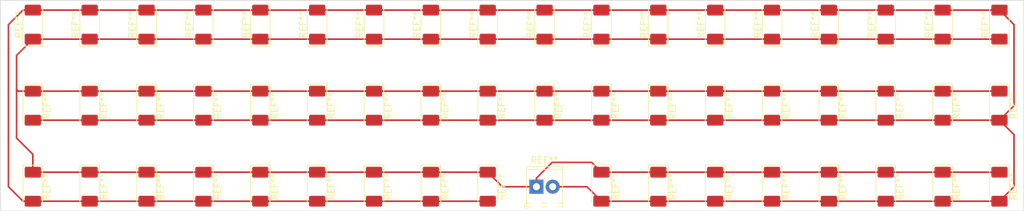
<source format=kicad_pcb>
(kicad_pcb (version 20171130) (host pcbnew "(5.1.2)-2")

  (general
    (thickness 1.6)
    (drawings 1)
    (tracks 127)
    (zones 0)
    (modules 54)
    (nets 1)
  )

  (page A4)
  (layers
    (0 F.Cu signal)
    (31 B.Cu signal)
    (32 B.Adhes user)
    (33 F.Adhes user)
    (34 B.Paste user)
    (35 F.Paste user)
    (36 B.SilkS user)
    (37 F.SilkS user hide)
    (38 B.Mask user)
    (39 F.Mask user)
    (40 Dwgs.User user)
    (41 Cmts.User user)
    (42 Eco1.User user)
    (43 Eco2.User user)
    (44 Edge.Cuts user)
    (45 Margin user)
    (46 B.CrtYd user)
    (47 F.CrtYd user)
    (48 B.Fab user)
    (49 F.Fab user hide)
  )

  (setup
    (last_trace_width 0.25)
    (trace_clearance 0.2)
    (zone_clearance 0.508)
    (zone_45_only no)
    (trace_min 0.2)
    (via_size 0.8)
    (via_drill 0.4)
    (via_min_size 0.4)
    (via_min_drill 0.3)
    (uvia_size 0.3)
    (uvia_drill 0.1)
    (uvias_allowed no)
    (uvia_min_size 0.2)
    (uvia_min_drill 0.1)
    (edge_width 0.05)
    (segment_width 0.2)
    (pcb_text_width 0.3)
    (pcb_text_size 1.5 1.5)
    (mod_edge_width 0.12)
    (mod_text_size 1 1)
    (mod_text_width 0.15)
    (pad_size 1.524 1.524)
    (pad_drill 0.762)
    (pad_to_mask_clearance 0.051)
    (solder_mask_min_width 0.25)
    (aux_axis_origin 0 0)
    (visible_elements FFFFFF7F)
    (pcbplotparams
      (layerselection 0x010fc_ffffffff)
      (usegerberextensions false)
      (usegerberattributes false)
      (usegerberadvancedattributes false)
      (creategerberjobfile false)
      (excludeedgelayer true)
      (linewidth 0.100000)
      (plotframeref false)
      (viasonmask false)
      (mode 1)
      (useauxorigin false)
      (hpglpennumber 1)
      (hpglpenspeed 20)
      (hpglpendiameter 15.000000)
      (psnegative false)
      (psa4output false)
      (plotreference true)
      (plotvalue true)
      (plotinvisibletext false)
      (padsonsilk false)
      (subtractmaskfromsilk false)
      (outputformat 1)
      (mirror false)
      (drillshape 1)
      (scaleselection 1)
      (outputdirectory ""))
  )

  (net 0 "")

  (net_class Default "Ceci est la Netclass par défaut."
    (clearance 0.2)
    (trace_width 0.25)
    (via_dia 0.8)
    (via_drill 0.4)
    (uvia_dia 0.3)
    (uvia_drill 0.1)
  )

  (module TerminalBlock_Phoenix:TerminalBlock_Phoenix_MPT-0,5-2-2.54_1x02_P2.54mm_Horizontal (layer F.Cu) (tedit 5B294F98) (tstamp 5EA6DBD1)
    (at 173.99 69.85)
    (descr "Terminal Block Phoenix MPT-0,5-2-2.54, 2 pins, pitch 2.54mm, size 5.54x6.2mm^2, drill diamater 1.1mm, pad diameter 2.2mm, see http://www.mouser.com/ds/2/324/ItemDetail_1725656-920552.pdf, script-generated using https://github.com/pointhi/kicad-footprint-generator/scripts/TerminalBlock_Phoenix")
    (tags "THT Terminal Block Phoenix MPT-0,5-2-2.54 pitch 2.54mm size 5.54x6.2mm^2 drill 1.1mm pad 2.2mm")
    (fp_text reference REF** (at 1.27 -4.16) (layer F.SilkS)
      (effects (font (size 1 1) (thickness 0.15)))
    )
    (fp_text value TerminalBlock_Phoenix_MPT-0,5-2-2.54_1x02_P2.54mm_Horizontal (at 1.27 4.16) (layer F.Fab)
      (effects (font (size 1 1) (thickness 0.15)))
    )
    (fp_text user %R (at 1.27 2) (layer F.Fab)
      (effects (font (size 1 1) (thickness 0.15)))
    )
    (fp_line (start 4.54 -3.6) (end -2 -3.6) (layer F.CrtYd) (width 0.05))
    (fp_line (start 4.54 3.6) (end 4.54 -3.6) (layer F.CrtYd) (width 0.05))
    (fp_line (start -2 3.6) (end 4.54 3.6) (layer F.CrtYd) (width 0.05))
    (fp_line (start -2 -3.6) (end -2 3.6) (layer F.CrtYd) (width 0.05))
    (fp_line (start -1.8 3.4) (end -1.3 3.4) (layer F.SilkS) (width 0.12))
    (fp_line (start -1.8 2.66) (end -1.8 3.4) (layer F.SilkS) (width 0.12))
    (fp_line (start 3.241 -0.835) (end 1.706 0.7) (layer F.Fab) (width 0.1))
    (fp_line (start 3.375 -0.7) (end 1.84 0.835) (layer F.Fab) (width 0.1))
    (fp_line (start 0.701 -0.835) (end -0.835 0.7) (layer F.Fab) (width 0.1))
    (fp_line (start 0.835 -0.7) (end -0.701 0.835) (layer F.Fab) (width 0.1))
    (fp_line (start 4.1 -3.16) (end 4.1 3.16) (layer F.SilkS) (width 0.12))
    (fp_line (start -1.56 -3.16) (end -1.56 3.16) (layer F.SilkS) (width 0.12))
    (fp_line (start 3.33 3.16) (end 4.1 3.16) (layer F.SilkS) (width 0.12))
    (fp_line (start 0.79 3.16) (end 1.75 3.16) (layer F.SilkS) (width 0.12))
    (fp_line (start -1.56 3.16) (end -0.79 3.16) (layer F.SilkS) (width 0.12))
    (fp_line (start -1.56 -3.16) (end 4.1 -3.16) (layer F.SilkS) (width 0.12))
    (fp_line (start -1.56 -2.7) (end 4.1 -2.7) (layer F.SilkS) (width 0.12))
    (fp_line (start -1.5 -2.7) (end 4.04 -2.7) (layer F.Fab) (width 0.1))
    (fp_line (start 3.33 2.6) (end 4.1 2.6) (layer F.SilkS) (width 0.12))
    (fp_line (start 0.79 2.6) (end 1.75 2.6) (layer F.SilkS) (width 0.12))
    (fp_line (start -1.56 2.6) (end -0.79 2.6) (layer F.SilkS) (width 0.12))
    (fp_line (start -1.5 2.6) (end 4.04 2.6) (layer F.Fab) (width 0.1))
    (fp_line (start -1.5 2.6) (end -1.5 -3.1) (layer F.Fab) (width 0.1))
    (fp_line (start -1 3.1) (end -1.5 2.6) (layer F.Fab) (width 0.1))
    (fp_line (start 4.04 3.1) (end -1 3.1) (layer F.Fab) (width 0.1))
    (fp_line (start 4.04 -3.1) (end 4.04 3.1) (layer F.Fab) (width 0.1))
    (fp_line (start -1.5 -3.1) (end 4.04 -3.1) (layer F.Fab) (width 0.1))
    (fp_circle (center 2.54 0) (end 3.64 0) (layer F.Fab) (width 0.1))
    (fp_circle (center 0 0) (end 1.1 0) (layer F.Fab) (width 0.1))
    (pad "" np_thru_hole circle (at 2.54 2.54) (size 1.1 1.1) (drill 1.1) (layers *.Cu *.Mask))
    (pad 2 thru_hole circle (at 2.54 0) (size 2.2 2.2) (drill 1.1) (layers *.Cu *.Mask))
    (pad "" np_thru_hole circle (at 0 2.54) (size 1.1 1.1) (drill 1.1) (layers *.Cu *.Mask))
    (pad 1 thru_hole rect (at 0 0) (size 2.2 2.2) (drill 1.1) (layers *.Cu *.Mask))
    (model ${KISYS3DMOD}/TerminalBlock_Phoenix.3dshapes/TerminalBlock_Phoenix_MPT-0,5-2-2.54_1x02_P2.54mm_Horizontal.wrl
      (at (xyz 0 0 0))
      (scale (xyz 1 1 1))
      (rotate (xyz 0 0 0))
    )
  )

  (module LED_SMD:LED_2010_5025Metric_Castellated (layer F.Cu) (tedit 5B301BBE) (tstamp 5EA68927)
    (at 139.7 44.45 90)
    (descr "LED SMD 2010 (5025 Metric), castellated end terminal, IPC_7351 nominal, (Body size source: http://www.tortai-tech.com/upload/download/2011102023233369053.pdf), generated with kicad-footprint-generator")
    (tags "LED castellated")
    (attr smd)
    (fp_text reference REF** (at 0 -2.22 90) (layer F.SilkS)
      (effects (font (size 1 1) (thickness 0.15)))
    )
    (fp_text value LED_2010_5025Metric_Castellated (at 0 2.22 90) (layer F.Fab) hide
      (effects (font (size 1 1) (thickness 0.15)))
    )
    (fp_line (start 2.5 -1.25) (end -1.875 -1.25) (layer F.Fab) (width 0.1))
    (fp_line (start -1.875 -1.25) (end -2.5 -0.625) (layer F.Fab) (width 0.1))
    (fp_line (start -2.5 -0.625) (end -2.5 1.25) (layer F.Fab) (width 0.1))
    (fp_line (start -2.5 1.25) (end 2.5 1.25) (layer F.Fab) (width 0.1))
    (fp_line (start 2.5 1.25) (end 2.5 -1.25) (layer F.Fab) (width 0.1))
    (fp_line (start 2.5 -1.535) (end -3.385 -1.535) (layer F.SilkS) (width 0.12))
    (fp_line (start -3.385 -1.535) (end -3.385 1.535) (layer F.SilkS) (width 0.12))
    (fp_line (start -3.385 1.535) (end 2.5 1.535) (layer F.SilkS) (width 0.12))
    (fp_line (start -3.38 1.52) (end -3.38 -1.52) (layer F.CrtYd) (width 0.05))
    (fp_line (start -3.38 -1.52) (end 3.38 -1.52) (layer F.CrtYd) (width 0.05))
    (fp_line (start 3.38 -1.52) (end 3.38 1.52) (layer F.CrtYd) (width 0.05))
    (fp_line (start 3.38 1.52) (end -3.38 1.52) (layer F.CrtYd) (width 0.05))
    (fp_text user %R (at 0 0 90) (layer F.Fab) hide
      (effects (font (size 1 1) (thickness 0.15)))
    )
    (pad 1 smd roundrect (at -2.275 0 90) (size 1.7 2.55) (layers F.Cu F.Paste F.Mask) (roundrect_rratio 0.147059))
    (pad 2 smd roundrect (at 2.275 0 90) (size 1.7 2.55) (layers F.Cu F.Paste F.Mask) (roundrect_rratio 0.147059))
    (model ${KISYS3DMOD}/LED_SMD.3dshapes/LED_2010_5025Metric_Castellated.wrl
      (at (xyz 0 0 0))
      (scale (xyz 1 1 1))
      (rotate (xyz 0 0 0))
    )
  )

  (module LED_SMD:LED_2010_5025Metric_Castellated (layer F.Cu) (tedit 5B301BBE) (tstamp 5EA68915)
    (at 246.38 69.85 270)
    (descr "LED SMD 2010 (5025 Metric), castellated end terminal, IPC_7351 nominal, (Body size source: http://www.tortai-tech.com/upload/download/2011102023233369053.pdf), generated with kicad-footprint-generator")
    (tags "LED castellated")
    (attr smd)
    (fp_text reference REF** (at 0 -2.22 90) (layer F.SilkS)
      (effects (font (size 1 1) (thickness 0.15)))
    )
    (fp_text value LED_2010_5025Metric_Castellated (at 0 2.22 90) (layer F.Fab) hide
      (effects (font (size 1 1) (thickness 0.15)))
    )
    (fp_text user %R (at 0 0 90) (layer F.Fab) hide
      (effects (font (size 1 1) (thickness 0.15)))
    )
    (fp_line (start 3.38 1.52) (end -3.38 1.52) (layer F.CrtYd) (width 0.05))
    (fp_line (start 3.38 -1.52) (end 3.38 1.52) (layer F.CrtYd) (width 0.05))
    (fp_line (start -3.38 -1.52) (end 3.38 -1.52) (layer F.CrtYd) (width 0.05))
    (fp_line (start -3.38 1.52) (end -3.38 -1.52) (layer F.CrtYd) (width 0.05))
    (fp_line (start -3.385 1.535) (end 2.5 1.535) (layer F.SilkS) (width 0.12))
    (fp_line (start -3.385 -1.535) (end -3.385 1.535) (layer F.SilkS) (width 0.12))
    (fp_line (start 2.5 -1.535) (end -3.385 -1.535) (layer F.SilkS) (width 0.12))
    (fp_line (start 2.5 1.25) (end 2.5 -1.25) (layer F.Fab) (width 0.1))
    (fp_line (start -2.5 1.25) (end 2.5 1.25) (layer F.Fab) (width 0.1))
    (fp_line (start -2.5 -0.625) (end -2.5 1.25) (layer F.Fab) (width 0.1))
    (fp_line (start -1.875 -1.25) (end -2.5 -0.625) (layer F.Fab) (width 0.1))
    (fp_line (start 2.5 -1.25) (end -1.875 -1.25) (layer F.Fab) (width 0.1))
    (pad 2 smd roundrect (at 2.275 0 270) (size 1.7 2.55) (layers F.Cu F.Paste F.Mask) (roundrect_rratio 0.147059))
    (pad 1 smd roundrect (at -2.275 0 270) (size 1.7 2.55) (layers F.Cu F.Paste F.Mask) (roundrect_rratio 0.147059))
    (model ${KISYS3DMOD}/LED_SMD.3dshapes/LED_2010_5025Metric_Castellated.wrl
      (at (xyz 0 0 0))
      (scale (xyz 1 1 1))
      (rotate (xyz 0 0 0))
    )
  )

  (module LED_SMD:LED_2010_5025Metric_Castellated (layer F.Cu) (tedit 5B301BBE) (tstamp 5EA68903)
    (at 219.71 69.85 270)
    (descr "LED SMD 2010 (5025 Metric), castellated end terminal, IPC_7351 nominal, (Body size source: http://www.tortai-tech.com/upload/download/2011102023233369053.pdf), generated with kicad-footprint-generator")
    (tags "LED castellated")
    (attr smd)
    (fp_text reference REF** (at 0 -2.22 90) (layer F.SilkS)
      (effects (font (size 1 1) (thickness 0.15)))
    )
    (fp_text value LED_2010_5025Metric_Castellated (at 0 2.22 90) (layer F.Fab) hide
      (effects (font (size 1 1) (thickness 0.15)))
    )
    (fp_line (start 2.5 -1.25) (end -1.875 -1.25) (layer F.Fab) (width 0.1))
    (fp_line (start -1.875 -1.25) (end -2.5 -0.625) (layer F.Fab) (width 0.1))
    (fp_line (start -2.5 -0.625) (end -2.5 1.25) (layer F.Fab) (width 0.1))
    (fp_line (start -2.5 1.25) (end 2.5 1.25) (layer F.Fab) (width 0.1))
    (fp_line (start 2.5 1.25) (end 2.5 -1.25) (layer F.Fab) (width 0.1))
    (fp_line (start 2.5 -1.535) (end -3.385 -1.535) (layer F.SilkS) (width 0.12))
    (fp_line (start -3.385 -1.535) (end -3.385 1.535) (layer F.SilkS) (width 0.12))
    (fp_line (start -3.385 1.535) (end 2.5 1.535) (layer F.SilkS) (width 0.12))
    (fp_line (start -3.38 1.52) (end -3.38 -1.52) (layer F.CrtYd) (width 0.05))
    (fp_line (start -3.38 -1.52) (end 3.38 -1.52) (layer F.CrtYd) (width 0.05))
    (fp_line (start 3.38 -1.52) (end 3.38 1.52) (layer F.CrtYd) (width 0.05))
    (fp_line (start 3.38 1.52) (end -3.38 1.52) (layer F.CrtYd) (width 0.05))
    (fp_text user %R (at 0 0 90) (layer F.Fab) hide
      (effects (font (size 1 1) (thickness 0.15)))
    )
    (pad 1 smd roundrect (at -2.275 0 270) (size 1.7 2.55) (layers F.Cu F.Paste F.Mask) (roundrect_rratio 0.147059))
    (pad 2 smd roundrect (at 2.275 0 270) (size 1.7 2.55) (layers F.Cu F.Paste F.Mask) (roundrect_rratio 0.147059))
    (model ${KISYS3DMOD}/LED_SMD.3dshapes/LED_2010_5025Metric_Castellated.wrl
      (at (xyz 0 0 0))
      (scale (xyz 1 1 1))
      (rotate (xyz 0 0 0))
    )
  )

  (module LED_SMD:LED_2010_5025Metric_Castellated (layer F.Cu) (tedit 5B301BBE) (tstamp 5EA688F1)
    (at 228.6 69.85 270)
    (descr "LED SMD 2010 (5025 Metric), castellated end terminal, IPC_7351 nominal, (Body size source: http://www.tortai-tech.com/upload/download/2011102023233369053.pdf), generated with kicad-footprint-generator")
    (tags "LED castellated")
    (attr smd)
    (fp_text reference REF** (at 0 -2.22 90) (layer F.SilkS)
      (effects (font (size 1 1) (thickness 0.15)))
    )
    (fp_text value LED_2010_5025Metric_Castellated (at 0 2.22 90) (layer F.Fab) hide
      (effects (font (size 1 1) (thickness 0.15)))
    )
    (fp_line (start 2.5 -1.25) (end -1.875 -1.25) (layer F.Fab) (width 0.1))
    (fp_line (start -1.875 -1.25) (end -2.5 -0.625) (layer F.Fab) (width 0.1))
    (fp_line (start -2.5 -0.625) (end -2.5 1.25) (layer F.Fab) (width 0.1))
    (fp_line (start -2.5 1.25) (end 2.5 1.25) (layer F.Fab) (width 0.1))
    (fp_line (start 2.5 1.25) (end 2.5 -1.25) (layer F.Fab) (width 0.1))
    (fp_line (start 2.5 -1.535) (end -3.385 -1.535) (layer F.SilkS) (width 0.12))
    (fp_line (start -3.385 -1.535) (end -3.385 1.535) (layer F.SilkS) (width 0.12))
    (fp_line (start -3.385 1.535) (end 2.5 1.535) (layer F.SilkS) (width 0.12))
    (fp_line (start -3.38 1.52) (end -3.38 -1.52) (layer F.CrtYd) (width 0.05))
    (fp_line (start -3.38 -1.52) (end 3.38 -1.52) (layer F.CrtYd) (width 0.05))
    (fp_line (start 3.38 -1.52) (end 3.38 1.52) (layer F.CrtYd) (width 0.05))
    (fp_line (start 3.38 1.52) (end -3.38 1.52) (layer F.CrtYd) (width 0.05))
    (fp_text user %R (at 0 0 90) (layer F.Fab) hide
      (effects (font (size 1 1) (thickness 0.15)))
    )
    (pad 1 smd roundrect (at -2.275 0 270) (size 1.7 2.55) (layers F.Cu F.Paste F.Mask) (roundrect_rratio 0.147059))
    (pad 2 smd roundrect (at 2.275 0 270) (size 1.7 2.55) (layers F.Cu F.Paste F.Mask) (roundrect_rratio 0.147059))
    (model ${KISYS3DMOD}/LED_SMD.3dshapes/LED_2010_5025Metric_Castellated.wrl
      (at (xyz 0 0 0))
      (scale (xyz 1 1 1))
      (rotate (xyz 0 0 0))
    )
  )

  (module LED_SMD:LED_2010_5025Metric_Castellated (layer F.Cu) (tedit 5B301BBE) (tstamp 5EA688DF)
    (at 237.49 69.85 270)
    (descr "LED SMD 2010 (5025 Metric), castellated end terminal, IPC_7351 nominal, (Body size source: http://www.tortai-tech.com/upload/download/2011102023233369053.pdf), generated with kicad-footprint-generator")
    (tags "LED castellated")
    (attr smd)
    (fp_text reference REF** (at 0 -2.22 90) (layer F.SilkS)
      (effects (font (size 1 1) (thickness 0.15)))
    )
    (fp_text value LED_2010_5025Metric_Castellated (at 0 2.22 90) (layer F.Fab) hide
      (effects (font (size 1 1) (thickness 0.15)))
    )
    (fp_text user %R (at 0 0 90) (layer F.Fab) hide
      (effects (font (size 1 1) (thickness 0.15)))
    )
    (fp_line (start 3.38 1.52) (end -3.38 1.52) (layer F.CrtYd) (width 0.05))
    (fp_line (start 3.38 -1.52) (end 3.38 1.52) (layer F.CrtYd) (width 0.05))
    (fp_line (start -3.38 -1.52) (end 3.38 -1.52) (layer F.CrtYd) (width 0.05))
    (fp_line (start -3.38 1.52) (end -3.38 -1.52) (layer F.CrtYd) (width 0.05))
    (fp_line (start -3.385 1.535) (end 2.5 1.535) (layer F.SilkS) (width 0.12))
    (fp_line (start -3.385 -1.535) (end -3.385 1.535) (layer F.SilkS) (width 0.12))
    (fp_line (start 2.5 -1.535) (end -3.385 -1.535) (layer F.SilkS) (width 0.12))
    (fp_line (start 2.5 1.25) (end 2.5 -1.25) (layer F.Fab) (width 0.1))
    (fp_line (start -2.5 1.25) (end 2.5 1.25) (layer F.Fab) (width 0.1))
    (fp_line (start -2.5 -0.625) (end -2.5 1.25) (layer F.Fab) (width 0.1))
    (fp_line (start -1.875 -1.25) (end -2.5 -0.625) (layer F.Fab) (width 0.1))
    (fp_line (start 2.5 -1.25) (end -1.875 -1.25) (layer F.Fab) (width 0.1))
    (pad 2 smd roundrect (at 2.275 0 270) (size 1.7 2.55) (layers F.Cu F.Paste F.Mask) (roundrect_rratio 0.147059))
    (pad 1 smd roundrect (at -2.275 0 270) (size 1.7 2.55) (layers F.Cu F.Paste F.Mask) (roundrect_rratio 0.147059))
    (model ${KISYS3DMOD}/LED_SMD.3dshapes/LED_2010_5025Metric_Castellated.wrl
      (at (xyz 0 0 0))
      (scale (xyz 1 1 1))
      (rotate (xyz 0 0 0))
    )
  )

  (module LED_SMD:LED_2010_5025Metric_Castellated (layer F.Cu) (tedit 5B301BBE) (tstamp 5EA688CD)
    (at 219.71 57.15 270)
    (descr "LED SMD 2010 (5025 Metric), castellated end terminal, IPC_7351 nominal, (Body size source: http://www.tortai-tech.com/upload/download/2011102023233369053.pdf), generated with kicad-footprint-generator")
    (tags "LED castellated")
    (attr smd)
    (fp_text reference REF** (at 0 -2.22 90) (layer F.SilkS)
      (effects (font (size 1 1) (thickness 0.15)))
    )
    (fp_text value LED_2010_5025Metric_Castellated (at 0 2.22 90) (layer F.Fab) hide
      (effects (font (size 1 1) (thickness 0.15)))
    )
    (fp_line (start 2.5 -1.25) (end -1.875 -1.25) (layer F.Fab) (width 0.1))
    (fp_line (start -1.875 -1.25) (end -2.5 -0.625) (layer F.Fab) (width 0.1))
    (fp_line (start -2.5 -0.625) (end -2.5 1.25) (layer F.Fab) (width 0.1))
    (fp_line (start -2.5 1.25) (end 2.5 1.25) (layer F.Fab) (width 0.1))
    (fp_line (start 2.5 1.25) (end 2.5 -1.25) (layer F.Fab) (width 0.1))
    (fp_line (start 2.5 -1.535) (end -3.385 -1.535) (layer F.SilkS) (width 0.12))
    (fp_line (start -3.385 -1.535) (end -3.385 1.535) (layer F.SilkS) (width 0.12))
    (fp_line (start -3.385 1.535) (end 2.5 1.535) (layer F.SilkS) (width 0.12))
    (fp_line (start -3.38 1.52) (end -3.38 -1.52) (layer F.CrtYd) (width 0.05))
    (fp_line (start -3.38 -1.52) (end 3.38 -1.52) (layer F.CrtYd) (width 0.05))
    (fp_line (start 3.38 -1.52) (end 3.38 1.52) (layer F.CrtYd) (width 0.05))
    (fp_line (start 3.38 1.52) (end -3.38 1.52) (layer F.CrtYd) (width 0.05))
    (fp_text user %R (at 0 0 90) (layer F.Fab) hide
      (effects (font (size 1 1) (thickness 0.15)))
    )
    (pad 1 smd roundrect (at -2.275 0 270) (size 1.7 2.55) (layers F.Cu F.Paste F.Mask) (roundrect_rratio 0.147059))
    (pad 2 smd roundrect (at 2.275 0 270) (size 1.7 2.55) (layers F.Cu F.Paste F.Mask) (roundrect_rratio 0.147059))
    (model ${KISYS3DMOD}/LED_SMD.3dshapes/LED_2010_5025Metric_Castellated.wrl
      (at (xyz 0 0 0))
      (scale (xyz 1 1 1))
      (rotate (xyz 0 0 0))
    )
  )

  (module LED_SMD:LED_2010_5025Metric_Castellated (layer F.Cu) (tedit 5B301BBE) (tstamp 5EA688BB)
    (at 246.38 57.15 270)
    (descr "LED SMD 2010 (5025 Metric), castellated end terminal, IPC_7351 nominal, (Body size source: http://www.tortai-tech.com/upload/download/2011102023233369053.pdf), generated with kicad-footprint-generator")
    (tags "LED castellated")
    (attr smd)
    (fp_text reference REF** (at 0 -2.22 90) (layer F.SilkS)
      (effects (font (size 1 1) (thickness 0.15)))
    )
    (fp_text value LED_2010_5025Metric_Castellated (at 0 2.22 90) (layer F.Fab) hide
      (effects (font (size 1 1) (thickness 0.15)))
    )
    (fp_text user %R (at 0 0 90) (layer F.Fab) hide
      (effects (font (size 1 1) (thickness 0.15)))
    )
    (fp_line (start 3.38 1.52) (end -3.38 1.52) (layer F.CrtYd) (width 0.05))
    (fp_line (start 3.38 -1.52) (end 3.38 1.52) (layer F.CrtYd) (width 0.05))
    (fp_line (start -3.38 -1.52) (end 3.38 -1.52) (layer F.CrtYd) (width 0.05))
    (fp_line (start -3.38 1.52) (end -3.38 -1.52) (layer F.CrtYd) (width 0.05))
    (fp_line (start -3.385 1.535) (end 2.5 1.535) (layer F.SilkS) (width 0.12))
    (fp_line (start -3.385 -1.535) (end -3.385 1.535) (layer F.SilkS) (width 0.12))
    (fp_line (start 2.5 -1.535) (end -3.385 -1.535) (layer F.SilkS) (width 0.12))
    (fp_line (start 2.5 1.25) (end 2.5 -1.25) (layer F.Fab) (width 0.1))
    (fp_line (start -2.5 1.25) (end 2.5 1.25) (layer F.Fab) (width 0.1))
    (fp_line (start -2.5 -0.625) (end -2.5 1.25) (layer F.Fab) (width 0.1))
    (fp_line (start -1.875 -1.25) (end -2.5 -0.625) (layer F.Fab) (width 0.1))
    (fp_line (start 2.5 -1.25) (end -1.875 -1.25) (layer F.Fab) (width 0.1))
    (pad 2 smd roundrect (at 2.275 0 270) (size 1.7 2.55) (layers F.Cu F.Paste F.Mask) (roundrect_rratio 0.147059))
    (pad 1 smd roundrect (at -2.275 0 270) (size 1.7 2.55) (layers F.Cu F.Paste F.Mask) (roundrect_rratio 0.147059))
    (model ${KISYS3DMOD}/LED_SMD.3dshapes/LED_2010_5025Metric_Castellated.wrl
      (at (xyz 0 0 0))
      (scale (xyz 1 1 1))
      (rotate (xyz 0 0 0))
    )
  )

  (module LED_SMD:LED_2010_5025Metric_Castellated (layer F.Cu) (tedit 5B301BBE) (tstamp 5EA688A9)
    (at 210.82 57.15 270)
    (descr "LED SMD 2010 (5025 Metric), castellated end terminal, IPC_7351 nominal, (Body size source: http://www.tortai-tech.com/upload/download/2011102023233369053.pdf), generated with kicad-footprint-generator")
    (tags "LED castellated")
    (attr smd)
    (fp_text reference REF** (at 0 -2.22 90) (layer F.SilkS)
      (effects (font (size 1 1) (thickness 0.15)))
    )
    (fp_text value LED_2010_5025Metric_Castellated (at 0 2.22 90) (layer F.Fab) hide
      (effects (font (size 1 1) (thickness 0.15)))
    )
    (fp_line (start 2.5 -1.25) (end -1.875 -1.25) (layer F.Fab) (width 0.1))
    (fp_line (start -1.875 -1.25) (end -2.5 -0.625) (layer F.Fab) (width 0.1))
    (fp_line (start -2.5 -0.625) (end -2.5 1.25) (layer F.Fab) (width 0.1))
    (fp_line (start -2.5 1.25) (end 2.5 1.25) (layer F.Fab) (width 0.1))
    (fp_line (start 2.5 1.25) (end 2.5 -1.25) (layer F.Fab) (width 0.1))
    (fp_line (start 2.5 -1.535) (end -3.385 -1.535) (layer F.SilkS) (width 0.12))
    (fp_line (start -3.385 -1.535) (end -3.385 1.535) (layer F.SilkS) (width 0.12))
    (fp_line (start -3.385 1.535) (end 2.5 1.535) (layer F.SilkS) (width 0.12))
    (fp_line (start -3.38 1.52) (end -3.38 -1.52) (layer F.CrtYd) (width 0.05))
    (fp_line (start -3.38 -1.52) (end 3.38 -1.52) (layer F.CrtYd) (width 0.05))
    (fp_line (start 3.38 -1.52) (end 3.38 1.52) (layer F.CrtYd) (width 0.05))
    (fp_line (start 3.38 1.52) (end -3.38 1.52) (layer F.CrtYd) (width 0.05))
    (fp_text user %R (at 0 0 90) (layer F.Fab) hide
      (effects (font (size 1 1) (thickness 0.15)))
    )
    (pad 1 smd roundrect (at -2.275 0 270) (size 1.7 2.55) (layers F.Cu F.Paste F.Mask) (roundrect_rratio 0.147059))
    (pad 2 smd roundrect (at 2.275 0 270) (size 1.7 2.55) (layers F.Cu F.Paste F.Mask) (roundrect_rratio 0.147059))
    (model ${KISYS3DMOD}/LED_SMD.3dshapes/LED_2010_5025Metric_Castellated.wrl
      (at (xyz 0 0 0))
      (scale (xyz 1 1 1))
      (rotate (xyz 0 0 0))
    )
  )

  (module LED_SMD:LED_2010_5025Metric_Castellated (layer F.Cu) (tedit 5B301BBE) (tstamp 5EA68897)
    (at 210.82 69.85 270)
    (descr "LED SMD 2010 (5025 Metric), castellated end terminal, IPC_7351 nominal, (Body size source: http://www.tortai-tech.com/upload/download/2011102023233369053.pdf), generated with kicad-footprint-generator")
    (tags "LED castellated")
    (attr smd)
    (fp_text reference REF** (at 0 -2.22 90) (layer F.SilkS)
      (effects (font (size 1 1) (thickness 0.15)))
    )
    (fp_text value LED_2010_5025Metric_Castellated (at 0 2.22 90) (layer F.Fab) hide
      (effects (font (size 1 1) (thickness 0.15)))
    )
    (fp_line (start 2.5 -1.25) (end -1.875 -1.25) (layer F.Fab) (width 0.1))
    (fp_line (start -1.875 -1.25) (end -2.5 -0.625) (layer F.Fab) (width 0.1))
    (fp_line (start -2.5 -0.625) (end -2.5 1.25) (layer F.Fab) (width 0.1))
    (fp_line (start -2.5 1.25) (end 2.5 1.25) (layer F.Fab) (width 0.1))
    (fp_line (start 2.5 1.25) (end 2.5 -1.25) (layer F.Fab) (width 0.1))
    (fp_line (start 2.5 -1.535) (end -3.385 -1.535) (layer F.SilkS) (width 0.12))
    (fp_line (start -3.385 -1.535) (end -3.385 1.535) (layer F.SilkS) (width 0.12))
    (fp_line (start -3.385 1.535) (end 2.5 1.535) (layer F.SilkS) (width 0.12))
    (fp_line (start -3.38 1.52) (end -3.38 -1.52) (layer F.CrtYd) (width 0.05))
    (fp_line (start -3.38 -1.52) (end 3.38 -1.52) (layer F.CrtYd) (width 0.05))
    (fp_line (start 3.38 -1.52) (end 3.38 1.52) (layer F.CrtYd) (width 0.05))
    (fp_line (start 3.38 1.52) (end -3.38 1.52) (layer F.CrtYd) (width 0.05))
    (fp_text user %R (at 0 0 90) (layer F.Fab) hide
      (effects (font (size 1 1) (thickness 0.15)))
    )
    (pad 1 smd roundrect (at -2.275 0 270) (size 1.7 2.55) (layers F.Cu F.Paste F.Mask) (roundrect_rratio 0.147059))
    (pad 2 smd roundrect (at 2.275 0 270) (size 1.7 2.55) (layers F.Cu F.Paste F.Mask) (roundrect_rratio 0.147059))
    (model ${KISYS3DMOD}/LED_SMD.3dshapes/LED_2010_5025Metric_Castellated.wrl
      (at (xyz 0 0 0))
      (scale (xyz 1 1 1))
      (rotate (xyz 0 0 0))
    )
  )

  (module LED_SMD:LED_2010_5025Metric_Castellated (layer F.Cu) (tedit 5B301BBE) (tstamp 5EA68885)
    (at 201.93 57.15 270)
    (descr "LED SMD 2010 (5025 Metric), castellated end terminal, IPC_7351 nominal, (Body size source: http://www.tortai-tech.com/upload/download/2011102023233369053.pdf), generated with kicad-footprint-generator")
    (tags "LED castellated")
    (attr smd)
    (fp_text reference REF** (at 0 -2.22 90) (layer F.SilkS)
      (effects (font (size 1 1) (thickness 0.15)))
    )
    (fp_text value LED_2010_5025Metric_Castellated (at 0 2.22 90) (layer F.Fab) hide
      (effects (font (size 1 1) (thickness 0.15)))
    )
    (fp_text user %R (at 0 0 90) (layer F.Fab) hide
      (effects (font (size 1 1) (thickness 0.15)))
    )
    (fp_line (start 3.38 1.52) (end -3.38 1.52) (layer F.CrtYd) (width 0.05))
    (fp_line (start 3.38 -1.52) (end 3.38 1.52) (layer F.CrtYd) (width 0.05))
    (fp_line (start -3.38 -1.52) (end 3.38 -1.52) (layer F.CrtYd) (width 0.05))
    (fp_line (start -3.38 1.52) (end -3.38 -1.52) (layer F.CrtYd) (width 0.05))
    (fp_line (start -3.385 1.535) (end 2.5 1.535) (layer F.SilkS) (width 0.12))
    (fp_line (start -3.385 -1.535) (end -3.385 1.535) (layer F.SilkS) (width 0.12))
    (fp_line (start 2.5 -1.535) (end -3.385 -1.535) (layer F.SilkS) (width 0.12))
    (fp_line (start 2.5 1.25) (end 2.5 -1.25) (layer F.Fab) (width 0.1))
    (fp_line (start -2.5 1.25) (end 2.5 1.25) (layer F.Fab) (width 0.1))
    (fp_line (start -2.5 -0.625) (end -2.5 1.25) (layer F.Fab) (width 0.1))
    (fp_line (start -1.875 -1.25) (end -2.5 -0.625) (layer F.Fab) (width 0.1))
    (fp_line (start 2.5 -1.25) (end -1.875 -1.25) (layer F.Fab) (width 0.1))
    (pad 2 smd roundrect (at 2.275 0 270) (size 1.7 2.55) (layers F.Cu F.Paste F.Mask) (roundrect_rratio 0.147059))
    (pad 1 smd roundrect (at -2.275 0 270) (size 1.7 2.55) (layers F.Cu F.Paste F.Mask) (roundrect_rratio 0.147059))
    (model ${KISYS3DMOD}/LED_SMD.3dshapes/LED_2010_5025Metric_Castellated.wrl
      (at (xyz 0 0 0))
      (scale (xyz 1 1 1))
      (rotate (xyz 0 0 0))
    )
  )

  (module LED_SMD:LED_2010_5025Metric_Castellated (layer F.Cu) (tedit 5B301BBE) (tstamp 5EA68873)
    (at 228.6 57.15 270)
    (descr "LED SMD 2010 (5025 Metric), castellated end terminal, IPC_7351 nominal, (Body size source: http://www.tortai-tech.com/upload/download/2011102023233369053.pdf), generated with kicad-footprint-generator")
    (tags "LED castellated")
    (attr smd)
    (fp_text reference REF** (at 0 -2.22 90) (layer F.SilkS)
      (effects (font (size 1 1) (thickness 0.15)))
    )
    (fp_text value LED_2010_5025Metric_Castellated (at 0 2.22 90) (layer F.Fab) hide
      (effects (font (size 1 1) (thickness 0.15)))
    )
    (fp_line (start 2.5 -1.25) (end -1.875 -1.25) (layer F.Fab) (width 0.1))
    (fp_line (start -1.875 -1.25) (end -2.5 -0.625) (layer F.Fab) (width 0.1))
    (fp_line (start -2.5 -0.625) (end -2.5 1.25) (layer F.Fab) (width 0.1))
    (fp_line (start -2.5 1.25) (end 2.5 1.25) (layer F.Fab) (width 0.1))
    (fp_line (start 2.5 1.25) (end 2.5 -1.25) (layer F.Fab) (width 0.1))
    (fp_line (start 2.5 -1.535) (end -3.385 -1.535) (layer F.SilkS) (width 0.12))
    (fp_line (start -3.385 -1.535) (end -3.385 1.535) (layer F.SilkS) (width 0.12))
    (fp_line (start -3.385 1.535) (end 2.5 1.535) (layer F.SilkS) (width 0.12))
    (fp_line (start -3.38 1.52) (end -3.38 -1.52) (layer F.CrtYd) (width 0.05))
    (fp_line (start -3.38 -1.52) (end 3.38 -1.52) (layer F.CrtYd) (width 0.05))
    (fp_line (start 3.38 -1.52) (end 3.38 1.52) (layer F.CrtYd) (width 0.05))
    (fp_line (start 3.38 1.52) (end -3.38 1.52) (layer F.CrtYd) (width 0.05))
    (fp_text user %R (at 0 0 90) (layer F.Fab) hide
      (effects (font (size 1 1) (thickness 0.15)))
    )
    (pad 1 smd roundrect (at -2.275 0 270) (size 1.7 2.55) (layers F.Cu F.Paste F.Mask) (roundrect_rratio 0.147059))
    (pad 2 smd roundrect (at 2.275 0 270) (size 1.7 2.55) (layers F.Cu F.Paste F.Mask) (roundrect_rratio 0.147059))
    (model ${KISYS3DMOD}/LED_SMD.3dshapes/LED_2010_5025Metric_Castellated.wrl
      (at (xyz 0 0 0))
      (scale (xyz 1 1 1))
      (rotate (xyz 0 0 0))
    )
  )

  (module LED_SMD:LED_2010_5025Metric_Castellated (layer F.Cu) (tedit 5B301BBE) (tstamp 5EA68861)
    (at 237.49 57.15 270)
    (descr "LED SMD 2010 (5025 Metric), castellated end terminal, IPC_7351 nominal, (Body size source: http://www.tortai-tech.com/upload/download/2011102023233369053.pdf), generated with kicad-footprint-generator")
    (tags "LED castellated")
    (attr smd)
    (fp_text reference REF** (at 0 -2.22 90) (layer F.SilkS)
      (effects (font (size 1 1) (thickness 0.15)))
    )
    (fp_text value LED_2010_5025Metric_Castellated (at 0 2.22 90) (layer F.Fab) hide
      (effects (font (size 1 1) (thickness 0.15)))
    )
    (fp_text user %R (at 0 0 90) (layer F.Fab) hide
      (effects (font (size 1 1) (thickness 0.15)))
    )
    (fp_line (start 3.38 1.52) (end -3.38 1.52) (layer F.CrtYd) (width 0.05))
    (fp_line (start 3.38 -1.52) (end 3.38 1.52) (layer F.CrtYd) (width 0.05))
    (fp_line (start -3.38 -1.52) (end 3.38 -1.52) (layer F.CrtYd) (width 0.05))
    (fp_line (start -3.38 1.52) (end -3.38 -1.52) (layer F.CrtYd) (width 0.05))
    (fp_line (start -3.385 1.535) (end 2.5 1.535) (layer F.SilkS) (width 0.12))
    (fp_line (start -3.385 -1.535) (end -3.385 1.535) (layer F.SilkS) (width 0.12))
    (fp_line (start 2.5 -1.535) (end -3.385 -1.535) (layer F.SilkS) (width 0.12))
    (fp_line (start 2.5 1.25) (end 2.5 -1.25) (layer F.Fab) (width 0.1))
    (fp_line (start -2.5 1.25) (end 2.5 1.25) (layer F.Fab) (width 0.1))
    (fp_line (start -2.5 -0.625) (end -2.5 1.25) (layer F.Fab) (width 0.1))
    (fp_line (start -1.875 -1.25) (end -2.5 -0.625) (layer F.Fab) (width 0.1))
    (fp_line (start 2.5 -1.25) (end -1.875 -1.25) (layer F.Fab) (width 0.1))
    (pad 2 smd roundrect (at 2.275 0 270) (size 1.7 2.55) (layers F.Cu F.Paste F.Mask) (roundrect_rratio 0.147059))
    (pad 1 smd roundrect (at -2.275 0 270) (size 1.7 2.55) (layers F.Cu F.Paste F.Mask) (roundrect_rratio 0.147059))
    (model ${KISYS3DMOD}/LED_SMD.3dshapes/LED_2010_5025Metric_Castellated.wrl
      (at (xyz 0 0 0))
      (scale (xyz 1 1 1))
      (rotate (xyz 0 0 0))
    )
  )

  (module LED_SMD:LED_2010_5025Metric_Castellated (layer F.Cu) (tedit 5B301BBE) (tstamp 5EA6884F)
    (at 201.93 69.85 270)
    (descr "LED SMD 2010 (5025 Metric), castellated end terminal, IPC_7351 nominal, (Body size source: http://www.tortai-tech.com/upload/download/2011102023233369053.pdf), generated with kicad-footprint-generator")
    (tags "LED castellated")
    (attr smd)
    (fp_text reference REF** (at 0 -2.22 90) (layer F.SilkS)
      (effects (font (size 1 1) (thickness 0.15)))
    )
    (fp_text value LED_2010_5025Metric_Castellated (at 0 2.22 90) (layer F.Fab) hide
      (effects (font (size 1 1) (thickness 0.15)))
    )
    (fp_text user %R (at 0 0 90) (layer F.Fab) hide
      (effects (font (size 1 1) (thickness 0.15)))
    )
    (fp_line (start 3.38 1.52) (end -3.38 1.52) (layer F.CrtYd) (width 0.05))
    (fp_line (start 3.38 -1.52) (end 3.38 1.52) (layer F.CrtYd) (width 0.05))
    (fp_line (start -3.38 -1.52) (end 3.38 -1.52) (layer F.CrtYd) (width 0.05))
    (fp_line (start -3.38 1.52) (end -3.38 -1.52) (layer F.CrtYd) (width 0.05))
    (fp_line (start -3.385 1.535) (end 2.5 1.535) (layer F.SilkS) (width 0.12))
    (fp_line (start -3.385 -1.535) (end -3.385 1.535) (layer F.SilkS) (width 0.12))
    (fp_line (start 2.5 -1.535) (end -3.385 -1.535) (layer F.SilkS) (width 0.12))
    (fp_line (start 2.5 1.25) (end 2.5 -1.25) (layer F.Fab) (width 0.1))
    (fp_line (start -2.5 1.25) (end 2.5 1.25) (layer F.Fab) (width 0.1))
    (fp_line (start -2.5 -0.625) (end -2.5 1.25) (layer F.Fab) (width 0.1))
    (fp_line (start -1.875 -1.25) (end -2.5 -0.625) (layer F.Fab) (width 0.1))
    (fp_line (start 2.5 -1.25) (end -1.875 -1.25) (layer F.Fab) (width 0.1))
    (pad 2 smd roundrect (at 2.275 0 270) (size 1.7 2.55) (layers F.Cu F.Paste F.Mask) (roundrect_rratio 0.147059))
    (pad 1 smd roundrect (at -2.275 0 270) (size 1.7 2.55) (layers F.Cu F.Paste F.Mask) (roundrect_rratio 0.147059))
    (model ${KISYS3DMOD}/LED_SMD.3dshapes/LED_2010_5025Metric_Castellated.wrl
      (at (xyz 0 0 0))
      (scale (xyz 1 1 1))
      (rotate (xyz 0 0 0))
    )
  )

  (module LED_SMD:LED_2010_5025Metric_Castellated (layer F.Cu) (tedit 5B301BBE) (tstamp 5EA6883D)
    (at 121.92 44.45 90)
    (descr "LED SMD 2010 (5025 Metric), castellated end terminal, IPC_7351 nominal, (Body size source: http://www.tortai-tech.com/upload/download/2011102023233369053.pdf), generated with kicad-footprint-generator")
    (tags "LED castellated")
    (attr smd)
    (fp_text reference REF** (at 0 -2.22 90) (layer F.SilkS)
      (effects (font (size 1 1) (thickness 0.15)))
    )
    (fp_text value LED_2010_5025Metric_Castellated (at 0 2.22 90) (layer F.Fab) hide
      (effects (font (size 1 1) (thickness 0.15)))
    )
    (fp_text user %R (at 0 0 90) (layer F.Fab) hide
      (effects (font (size 1 1) (thickness 0.15)))
    )
    (fp_line (start 3.38 1.52) (end -3.38 1.52) (layer F.CrtYd) (width 0.05))
    (fp_line (start 3.38 -1.52) (end 3.38 1.52) (layer F.CrtYd) (width 0.05))
    (fp_line (start -3.38 -1.52) (end 3.38 -1.52) (layer F.CrtYd) (width 0.05))
    (fp_line (start -3.38 1.52) (end -3.38 -1.52) (layer F.CrtYd) (width 0.05))
    (fp_line (start -3.385 1.535) (end 2.5 1.535) (layer F.SilkS) (width 0.12))
    (fp_line (start -3.385 -1.535) (end -3.385 1.535) (layer F.SilkS) (width 0.12))
    (fp_line (start 2.5 -1.535) (end -3.385 -1.535) (layer F.SilkS) (width 0.12))
    (fp_line (start 2.5 1.25) (end 2.5 -1.25) (layer F.Fab) (width 0.1))
    (fp_line (start -2.5 1.25) (end 2.5 1.25) (layer F.Fab) (width 0.1))
    (fp_line (start -2.5 -0.625) (end -2.5 1.25) (layer F.Fab) (width 0.1))
    (fp_line (start -1.875 -1.25) (end -2.5 -0.625) (layer F.Fab) (width 0.1))
    (fp_line (start 2.5 -1.25) (end -1.875 -1.25) (layer F.Fab) (width 0.1))
    (pad 2 smd roundrect (at 2.275 0 90) (size 1.7 2.55) (layers F.Cu F.Paste F.Mask) (roundrect_rratio 0.147059))
    (pad 1 smd roundrect (at -2.275 0 90) (size 1.7 2.55) (layers F.Cu F.Paste F.Mask) (roundrect_rratio 0.147059))
    (model ${KISYS3DMOD}/LED_SMD.3dshapes/LED_2010_5025Metric_Castellated.wrl
      (at (xyz 0 0 0))
      (scale (xyz 1 1 1))
      (rotate (xyz 0 0 0))
    )
  )

  (module LED_SMD:LED_2010_5025Metric_Castellated (layer F.Cu) (tedit 5B301BBE) (tstamp 5EA6882B)
    (at 113.03 44.45 90)
    (descr "LED SMD 2010 (5025 Metric), castellated end terminal, IPC_7351 nominal, (Body size source: http://www.tortai-tech.com/upload/download/2011102023233369053.pdf), generated with kicad-footprint-generator")
    (tags "LED castellated")
    (attr smd)
    (fp_text reference REF** (at 0 -2.22 90) (layer F.SilkS)
      (effects (font (size 1 1) (thickness 0.15)))
    )
    (fp_text value LED_2010_5025Metric_Castellated (at 0 2.22 90) (layer F.Fab) hide
      (effects (font (size 1 1) (thickness 0.15)))
    )
    (fp_text user %R (at 0 0 90) (layer F.Fab) hide
      (effects (font (size 1 1) (thickness 0.15)))
    )
    (fp_line (start 3.38 1.52) (end -3.38 1.52) (layer F.CrtYd) (width 0.05))
    (fp_line (start 3.38 -1.52) (end 3.38 1.52) (layer F.CrtYd) (width 0.05))
    (fp_line (start -3.38 -1.52) (end 3.38 -1.52) (layer F.CrtYd) (width 0.05))
    (fp_line (start -3.38 1.52) (end -3.38 -1.52) (layer F.CrtYd) (width 0.05))
    (fp_line (start -3.385 1.535) (end 2.5 1.535) (layer F.SilkS) (width 0.12))
    (fp_line (start -3.385 -1.535) (end -3.385 1.535) (layer F.SilkS) (width 0.12))
    (fp_line (start 2.5 -1.535) (end -3.385 -1.535) (layer F.SilkS) (width 0.12))
    (fp_line (start 2.5 1.25) (end 2.5 -1.25) (layer F.Fab) (width 0.1))
    (fp_line (start -2.5 1.25) (end 2.5 1.25) (layer F.Fab) (width 0.1))
    (fp_line (start -2.5 -0.625) (end -2.5 1.25) (layer F.Fab) (width 0.1))
    (fp_line (start -1.875 -1.25) (end -2.5 -0.625) (layer F.Fab) (width 0.1))
    (fp_line (start 2.5 -1.25) (end -1.875 -1.25) (layer F.Fab) (width 0.1))
    (pad 2 smd roundrect (at 2.275 0 90) (size 1.7 2.55) (layers F.Cu F.Paste F.Mask) (roundrect_rratio 0.147059))
    (pad 1 smd roundrect (at -2.275 0 90) (size 1.7 2.55) (layers F.Cu F.Paste F.Mask) (roundrect_rratio 0.147059))
    (model ${KISYS3DMOD}/LED_SMD.3dshapes/LED_2010_5025Metric_Castellated.wrl
      (at (xyz 0 0 0))
      (scale (xyz 1 1 1))
      (rotate (xyz 0 0 0))
    )
  )

  (module LED_SMD:LED_2010_5025Metric_Castellated (layer F.Cu) (tedit 5B301BBE) (tstamp 5EA68819)
    (at 95.25 44.45 90)
    (descr "LED SMD 2010 (5025 Metric), castellated end terminal, IPC_7351 nominal, (Body size source: http://www.tortai-tech.com/upload/download/2011102023233369053.pdf), generated with kicad-footprint-generator")
    (tags "LED castellated")
    (attr smd)
    (fp_text reference REF** (at 0 -2.22 90) (layer F.SilkS)
      (effects (font (size 1 1) (thickness 0.15)))
    )
    (fp_text value LED_2010_5025Metric_Castellated (at 0 2.22 90) (layer F.Fab) hide
      (effects (font (size 1 1) (thickness 0.15)))
    )
    (fp_line (start 2.5 -1.25) (end -1.875 -1.25) (layer F.Fab) (width 0.1))
    (fp_line (start -1.875 -1.25) (end -2.5 -0.625) (layer F.Fab) (width 0.1))
    (fp_line (start -2.5 -0.625) (end -2.5 1.25) (layer F.Fab) (width 0.1))
    (fp_line (start -2.5 1.25) (end 2.5 1.25) (layer F.Fab) (width 0.1))
    (fp_line (start 2.5 1.25) (end 2.5 -1.25) (layer F.Fab) (width 0.1))
    (fp_line (start 2.5 -1.535) (end -3.385 -1.535) (layer F.SilkS) (width 0.12))
    (fp_line (start -3.385 -1.535) (end -3.385 1.535) (layer F.SilkS) (width 0.12))
    (fp_line (start -3.385 1.535) (end 2.5 1.535) (layer F.SilkS) (width 0.12))
    (fp_line (start -3.38 1.52) (end -3.38 -1.52) (layer F.CrtYd) (width 0.05))
    (fp_line (start -3.38 -1.52) (end 3.38 -1.52) (layer F.CrtYd) (width 0.05))
    (fp_line (start 3.38 -1.52) (end 3.38 1.52) (layer F.CrtYd) (width 0.05))
    (fp_line (start 3.38 1.52) (end -3.38 1.52) (layer F.CrtYd) (width 0.05))
    (fp_text user %R (at 0 0 90) (layer F.Fab) hide
      (effects (font (size 1 1) (thickness 0.15)))
    )
    (pad 1 smd roundrect (at -2.275 0 90) (size 1.7 2.55) (layers F.Cu F.Paste F.Mask) (roundrect_rratio 0.147059))
    (pad 2 smd roundrect (at 2.275 0 90) (size 1.7 2.55) (layers F.Cu F.Paste F.Mask) (roundrect_rratio 0.147059))
    (model ${KISYS3DMOD}/LED_SMD.3dshapes/LED_2010_5025Metric_Castellated.wrl
      (at (xyz 0 0 0))
      (scale (xyz 1 1 1))
      (rotate (xyz 0 0 0))
    )
  )

  (module LED_SMD:LED_2010_5025Metric_Castellated (layer F.Cu) (tedit 5B301BBE) (tstamp 5EA68807)
    (at 104.14 44.45 90)
    (descr "LED SMD 2010 (5025 Metric), castellated end terminal, IPC_7351 nominal, (Body size source: http://www.tortai-tech.com/upload/download/2011102023233369053.pdf), generated with kicad-footprint-generator")
    (tags "LED castellated")
    (attr smd)
    (fp_text reference REF** (at 0 -2.22 90) (layer F.SilkS)
      (effects (font (size 1 1) (thickness 0.15)))
    )
    (fp_text value LED_2010_5025Metric_Castellated (at 0 2.22 90) (layer F.Fab) hide
      (effects (font (size 1 1) (thickness 0.15)))
    )
    (fp_line (start 2.5 -1.25) (end -1.875 -1.25) (layer F.Fab) (width 0.1))
    (fp_line (start -1.875 -1.25) (end -2.5 -0.625) (layer F.Fab) (width 0.1))
    (fp_line (start -2.5 -0.625) (end -2.5 1.25) (layer F.Fab) (width 0.1))
    (fp_line (start -2.5 1.25) (end 2.5 1.25) (layer F.Fab) (width 0.1))
    (fp_line (start 2.5 1.25) (end 2.5 -1.25) (layer F.Fab) (width 0.1))
    (fp_line (start 2.5 -1.535) (end -3.385 -1.535) (layer F.SilkS) (width 0.12))
    (fp_line (start -3.385 -1.535) (end -3.385 1.535) (layer F.SilkS) (width 0.12))
    (fp_line (start -3.385 1.535) (end 2.5 1.535) (layer F.SilkS) (width 0.12))
    (fp_line (start -3.38 1.52) (end -3.38 -1.52) (layer F.CrtYd) (width 0.05))
    (fp_line (start -3.38 -1.52) (end 3.38 -1.52) (layer F.CrtYd) (width 0.05))
    (fp_line (start 3.38 -1.52) (end 3.38 1.52) (layer F.CrtYd) (width 0.05))
    (fp_line (start 3.38 1.52) (end -3.38 1.52) (layer F.CrtYd) (width 0.05))
    (fp_text user %R (at 0 0 90) (layer F.Fab) hide
      (effects (font (size 1 1) (thickness 0.15)))
    )
    (pad 1 smd roundrect (at -2.275 0 90) (size 1.7 2.55) (layers F.Cu F.Paste F.Mask) (roundrect_rratio 0.147059))
    (pad 2 smd roundrect (at 2.275 0 90) (size 1.7 2.55) (layers F.Cu F.Paste F.Mask) (roundrect_rratio 0.147059))
    (model ${KISYS3DMOD}/LED_SMD.3dshapes/LED_2010_5025Metric_Castellated.wrl
      (at (xyz 0 0 0))
      (scale (xyz 1 1 1))
      (rotate (xyz 0 0 0))
    )
  )

  (module LED_SMD:LED_2010_5025Metric_Castellated (layer F.Cu) (tedit 5B301BBE) (tstamp 5EA687F5)
    (at 130.81 44.45 90)
    (descr "LED SMD 2010 (5025 Metric), castellated end terminal, IPC_7351 nominal, (Body size source: http://www.tortai-tech.com/upload/download/2011102023233369053.pdf), generated with kicad-footprint-generator")
    (tags "LED castellated")
    (attr smd)
    (fp_text reference REF** (at 0 -2.22 90) (layer F.SilkS)
      (effects (font (size 1 1) (thickness 0.15)))
    )
    (fp_text value LED_2010_5025Metric_Castellated (at 0 2.22 90) (layer F.Fab) hide
      (effects (font (size 1 1) (thickness 0.15)))
    )
    (fp_text user %R (at 0 0 90) (layer F.Fab) hide
      (effects (font (size 1 1) (thickness 0.15)))
    )
    (fp_line (start 3.38 1.52) (end -3.38 1.52) (layer F.CrtYd) (width 0.05))
    (fp_line (start 3.38 -1.52) (end 3.38 1.52) (layer F.CrtYd) (width 0.05))
    (fp_line (start -3.38 -1.52) (end 3.38 -1.52) (layer F.CrtYd) (width 0.05))
    (fp_line (start -3.38 1.52) (end -3.38 -1.52) (layer F.CrtYd) (width 0.05))
    (fp_line (start -3.385 1.535) (end 2.5 1.535) (layer F.SilkS) (width 0.12))
    (fp_line (start -3.385 -1.535) (end -3.385 1.535) (layer F.SilkS) (width 0.12))
    (fp_line (start 2.5 -1.535) (end -3.385 -1.535) (layer F.SilkS) (width 0.12))
    (fp_line (start 2.5 1.25) (end 2.5 -1.25) (layer F.Fab) (width 0.1))
    (fp_line (start -2.5 1.25) (end 2.5 1.25) (layer F.Fab) (width 0.1))
    (fp_line (start -2.5 -0.625) (end -2.5 1.25) (layer F.Fab) (width 0.1))
    (fp_line (start -1.875 -1.25) (end -2.5 -0.625) (layer F.Fab) (width 0.1))
    (fp_line (start 2.5 -1.25) (end -1.875 -1.25) (layer F.Fab) (width 0.1))
    (pad 2 smd roundrect (at 2.275 0 90) (size 1.7 2.55) (layers F.Cu F.Paste F.Mask) (roundrect_rratio 0.147059))
    (pad 1 smd roundrect (at -2.275 0 90) (size 1.7 2.55) (layers F.Cu F.Paste F.Mask) (roundrect_rratio 0.147059))
    (model ${KISYS3DMOD}/LED_SMD.3dshapes/LED_2010_5025Metric_Castellated.wrl
      (at (xyz 0 0 0))
      (scale (xyz 1 1 1))
      (rotate (xyz 0 0 0))
    )
  )

  (module LED_SMD:LED_2010_5025Metric_Castellated (layer F.Cu) (tedit 5B301BBE) (tstamp 5EA67FD3)
    (at 95.25 69.85 270)
    (descr "LED SMD 2010 (5025 Metric), castellated end terminal, IPC_7351 nominal, (Body size source: http://www.tortai-tech.com/upload/download/2011102023233369053.pdf), generated with kicad-footprint-generator")
    (tags "LED castellated")
    (attr smd)
    (fp_text reference REF** (at 0 -2.22 90) (layer F.SilkS)
      (effects (font (size 1 1) (thickness 0.15)))
    )
    (fp_text value LED_2010_5025Metric_Castellated (at 0 2.22 90) (layer F.Fab) hide
      (effects (font (size 1 1) (thickness 0.15)))
    )
    (fp_line (start 2.5 -1.25) (end -1.875 -1.25) (layer F.Fab) (width 0.1))
    (fp_line (start -1.875 -1.25) (end -2.5 -0.625) (layer F.Fab) (width 0.1))
    (fp_line (start -2.5 -0.625) (end -2.5 1.25) (layer F.Fab) (width 0.1))
    (fp_line (start -2.5 1.25) (end 2.5 1.25) (layer F.Fab) (width 0.1))
    (fp_line (start 2.5 1.25) (end 2.5 -1.25) (layer F.Fab) (width 0.1))
    (fp_line (start 2.5 -1.535) (end -3.385 -1.535) (layer F.SilkS) (width 0.12))
    (fp_line (start -3.385 -1.535) (end -3.385 1.535) (layer F.SilkS) (width 0.12))
    (fp_line (start -3.385 1.535) (end 2.5 1.535) (layer F.SilkS) (width 0.12))
    (fp_line (start -3.38 1.52) (end -3.38 -1.52) (layer F.CrtYd) (width 0.05))
    (fp_line (start -3.38 -1.52) (end 3.38 -1.52) (layer F.CrtYd) (width 0.05))
    (fp_line (start 3.38 -1.52) (end 3.38 1.52) (layer F.CrtYd) (width 0.05))
    (fp_line (start 3.38 1.52) (end -3.38 1.52) (layer F.CrtYd) (width 0.05))
    (fp_text user %R (at 0 0 90) (layer F.Fab) hide
      (effects (font (size 1 1) (thickness 0.15)))
    )
    (pad 1 smd roundrect (at -2.275 0 270) (size 1.7 2.55) (layers F.Cu F.Paste F.Mask) (roundrect_rratio 0.147059))
    (pad 2 smd roundrect (at 2.275 0 270) (size 1.7 2.55) (layers F.Cu F.Paste F.Mask) (roundrect_rratio 0.147059))
    (model ${KISYS3DMOD}/LED_SMD.3dshapes/LED_2010_5025Metric_Castellated.wrl
      (at (xyz 0 0 0))
      (scale (xyz 1 1 1))
      (rotate (xyz 0 0 0))
    )
  )

  (module LED_SMD:LED_2010_5025Metric_Castellated (layer F.Cu) (tedit 5B301BBE) (tstamp 5EA67FC1)
    (at 148.59 69.85 270)
    (descr "LED SMD 2010 (5025 Metric), castellated end terminal, IPC_7351 nominal, (Body size source: http://www.tortai-tech.com/upload/download/2011102023233369053.pdf), generated with kicad-footprint-generator")
    (tags "LED castellated")
    (attr smd)
    (fp_text reference REF** (at 0 -2.22 90) (layer F.SilkS)
      (effects (font (size 1 1) (thickness 0.15)))
    )
    (fp_text value LED_2010_5025Metric_Castellated (at 0 2.22 90) (layer F.Fab) hide
      (effects (font (size 1 1) (thickness 0.15)))
    )
    (fp_text user %R (at 0 0 90) (layer F.Fab) hide
      (effects (font (size 1 1) (thickness 0.15)))
    )
    (fp_line (start 3.38 1.52) (end -3.38 1.52) (layer F.CrtYd) (width 0.05))
    (fp_line (start 3.38 -1.52) (end 3.38 1.52) (layer F.CrtYd) (width 0.05))
    (fp_line (start -3.38 -1.52) (end 3.38 -1.52) (layer F.CrtYd) (width 0.05))
    (fp_line (start -3.38 1.52) (end -3.38 -1.52) (layer F.CrtYd) (width 0.05))
    (fp_line (start -3.385 1.535) (end 2.5 1.535) (layer F.SilkS) (width 0.12))
    (fp_line (start -3.385 -1.535) (end -3.385 1.535) (layer F.SilkS) (width 0.12))
    (fp_line (start 2.5 -1.535) (end -3.385 -1.535) (layer F.SilkS) (width 0.12))
    (fp_line (start 2.5 1.25) (end 2.5 -1.25) (layer F.Fab) (width 0.1))
    (fp_line (start -2.5 1.25) (end 2.5 1.25) (layer F.Fab) (width 0.1))
    (fp_line (start -2.5 -0.625) (end -2.5 1.25) (layer F.Fab) (width 0.1))
    (fp_line (start -1.875 -1.25) (end -2.5 -0.625) (layer F.Fab) (width 0.1))
    (fp_line (start 2.5 -1.25) (end -1.875 -1.25) (layer F.Fab) (width 0.1))
    (pad 2 smd roundrect (at 2.275 0 270) (size 1.7 2.55) (layers F.Cu F.Paste F.Mask) (roundrect_rratio 0.147059))
    (pad 1 smd roundrect (at -2.275 0 270) (size 1.7 2.55) (layers F.Cu F.Paste F.Mask) (roundrect_rratio 0.147059))
    (model ${KISYS3DMOD}/LED_SMD.3dshapes/LED_2010_5025Metric_Castellated.wrl
      (at (xyz 0 0 0))
      (scale (xyz 1 1 1))
      (rotate (xyz 0 0 0))
    )
  )

  (module LED_SMD:LED_2010_5025Metric_Castellated (layer F.Cu) (tedit 5B301BBE) (tstamp 5EA67F9D)
    (at 113.03 69.85 270)
    (descr "LED SMD 2010 (5025 Metric), castellated end terminal, IPC_7351 nominal, (Body size source: http://www.tortai-tech.com/upload/download/2011102023233369053.pdf), generated with kicad-footprint-generator")
    (tags "LED castellated")
    (attr smd)
    (fp_text reference REF** (at 0 -2.22 90) (layer F.SilkS)
      (effects (font (size 1 1) (thickness 0.15)))
    )
    (fp_text value LED_2010_5025Metric_Castellated (at 0 2.22 90) (layer F.Fab) hide
      (effects (font (size 1 1) (thickness 0.15)))
    )
    (fp_text user %R (at 0 0 90) (layer F.Fab) hide
      (effects (font (size 1 1) (thickness 0.15)))
    )
    (fp_line (start 3.38 1.52) (end -3.38 1.52) (layer F.CrtYd) (width 0.05))
    (fp_line (start 3.38 -1.52) (end 3.38 1.52) (layer F.CrtYd) (width 0.05))
    (fp_line (start -3.38 -1.52) (end 3.38 -1.52) (layer F.CrtYd) (width 0.05))
    (fp_line (start -3.38 1.52) (end -3.38 -1.52) (layer F.CrtYd) (width 0.05))
    (fp_line (start -3.385 1.535) (end 2.5 1.535) (layer F.SilkS) (width 0.12))
    (fp_line (start -3.385 -1.535) (end -3.385 1.535) (layer F.SilkS) (width 0.12))
    (fp_line (start 2.5 -1.535) (end -3.385 -1.535) (layer F.SilkS) (width 0.12))
    (fp_line (start 2.5 1.25) (end 2.5 -1.25) (layer F.Fab) (width 0.1))
    (fp_line (start -2.5 1.25) (end 2.5 1.25) (layer F.Fab) (width 0.1))
    (fp_line (start -2.5 -0.625) (end -2.5 1.25) (layer F.Fab) (width 0.1))
    (fp_line (start -1.875 -1.25) (end -2.5 -0.625) (layer F.Fab) (width 0.1))
    (fp_line (start 2.5 -1.25) (end -1.875 -1.25) (layer F.Fab) (width 0.1))
    (pad 2 smd roundrect (at 2.275 0 270) (size 1.7 2.55) (layers F.Cu F.Paste F.Mask) (roundrect_rratio 0.147059))
    (pad 1 smd roundrect (at -2.275 0 270) (size 1.7 2.55) (layers F.Cu F.Paste F.Mask) (roundrect_rratio 0.147059))
    (model ${KISYS3DMOD}/LED_SMD.3dshapes/LED_2010_5025Metric_Castellated.wrl
      (at (xyz 0 0 0))
      (scale (xyz 1 1 1))
      (rotate (xyz 0 0 0))
    )
  )

  (module LED_SMD:LED_2010_5025Metric_Castellated (layer F.Cu) (tedit 5B301BBE) (tstamp 5EA67F8B)
    (at 121.92 69.85 270)
    (descr "LED SMD 2010 (5025 Metric), castellated end terminal, IPC_7351 nominal, (Body size source: http://www.tortai-tech.com/upload/download/2011102023233369053.pdf), generated with kicad-footprint-generator")
    (tags "LED castellated")
    (attr smd)
    (fp_text reference REF** (at 0 -2.22 90) (layer F.SilkS)
      (effects (font (size 1 1) (thickness 0.15)))
    )
    (fp_text value LED_2010_5025Metric_Castellated (at 0 2.22 90) (layer F.Fab) hide
      (effects (font (size 1 1) (thickness 0.15)))
    )
    (fp_text user %R (at 0 0 90) (layer F.Fab) hide
      (effects (font (size 1 1) (thickness 0.15)))
    )
    (fp_line (start 3.38 1.52) (end -3.38 1.52) (layer F.CrtYd) (width 0.05))
    (fp_line (start 3.38 -1.52) (end 3.38 1.52) (layer F.CrtYd) (width 0.05))
    (fp_line (start -3.38 -1.52) (end 3.38 -1.52) (layer F.CrtYd) (width 0.05))
    (fp_line (start -3.38 1.52) (end -3.38 -1.52) (layer F.CrtYd) (width 0.05))
    (fp_line (start -3.385 1.535) (end 2.5 1.535) (layer F.SilkS) (width 0.12))
    (fp_line (start -3.385 -1.535) (end -3.385 1.535) (layer F.SilkS) (width 0.12))
    (fp_line (start 2.5 -1.535) (end -3.385 -1.535) (layer F.SilkS) (width 0.12))
    (fp_line (start 2.5 1.25) (end 2.5 -1.25) (layer F.Fab) (width 0.1))
    (fp_line (start -2.5 1.25) (end 2.5 1.25) (layer F.Fab) (width 0.1))
    (fp_line (start -2.5 -0.625) (end -2.5 1.25) (layer F.Fab) (width 0.1))
    (fp_line (start -1.875 -1.25) (end -2.5 -0.625) (layer F.Fab) (width 0.1))
    (fp_line (start 2.5 -1.25) (end -1.875 -1.25) (layer F.Fab) (width 0.1))
    (pad 2 smd roundrect (at 2.275 0 270) (size 1.7 2.55) (layers F.Cu F.Paste F.Mask) (roundrect_rratio 0.147059))
    (pad 1 smd roundrect (at -2.275 0 270) (size 1.7 2.55) (layers F.Cu F.Paste F.Mask) (roundrect_rratio 0.147059))
    (model ${KISYS3DMOD}/LED_SMD.3dshapes/LED_2010_5025Metric_Castellated.wrl
      (at (xyz 0 0 0))
      (scale (xyz 1 1 1))
      (rotate (xyz 0 0 0))
    )
  )

  (module LED_SMD:LED_2010_5025Metric_Castellated (layer F.Cu) (tedit 5B301BBE) (tstamp 5EA67F79)
    (at 166.37 69.85 270)
    (descr "LED SMD 2010 (5025 Metric), castellated end terminal, IPC_7351 nominal, (Body size source: http://www.tortai-tech.com/upload/download/2011102023233369053.pdf), generated with kicad-footprint-generator")
    (tags "LED castellated")
    (attr smd)
    (fp_text reference REF** (at 0 -2.22 90) (layer F.SilkS)
      (effects (font (size 1 1) (thickness 0.15)))
    )
    (fp_text value LED_2010_5025Metric_Castellated (at 0 2.22 90) (layer F.Fab) hide
      (effects (font (size 1 1) (thickness 0.15)))
    )
    (fp_line (start 2.5 -1.25) (end -1.875 -1.25) (layer F.Fab) (width 0.1))
    (fp_line (start -1.875 -1.25) (end -2.5 -0.625) (layer F.Fab) (width 0.1))
    (fp_line (start -2.5 -0.625) (end -2.5 1.25) (layer F.Fab) (width 0.1))
    (fp_line (start -2.5 1.25) (end 2.5 1.25) (layer F.Fab) (width 0.1))
    (fp_line (start 2.5 1.25) (end 2.5 -1.25) (layer F.Fab) (width 0.1))
    (fp_line (start 2.5 -1.535) (end -3.385 -1.535) (layer F.SilkS) (width 0.12))
    (fp_line (start -3.385 -1.535) (end -3.385 1.535) (layer F.SilkS) (width 0.12))
    (fp_line (start -3.385 1.535) (end 2.5 1.535) (layer F.SilkS) (width 0.12))
    (fp_line (start -3.38 1.52) (end -3.38 -1.52) (layer F.CrtYd) (width 0.05))
    (fp_line (start -3.38 -1.52) (end 3.38 -1.52) (layer F.CrtYd) (width 0.05))
    (fp_line (start 3.38 -1.52) (end 3.38 1.52) (layer F.CrtYd) (width 0.05))
    (fp_line (start 3.38 1.52) (end -3.38 1.52) (layer F.CrtYd) (width 0.05))
    (fp_text user %R (at 0 0 90) (layer F.Fab) hide
      (effects (font (size 1 1) (thickness 0.15)))
    )
    (pad 1 smd roundrect (at -2.275 0 270) (size 1.7 2.55) (layers F.Cu F.Paste F.Mask) (roundrect_rratio 0.147059))
    (pad 2 smd roundrect (at 2.275 0 270) (size 1.7 2.55) (layers F.Cu F.Paste F.Mask) (roundrect_rratio 0.147059))
    (model ${KISYS3DMOD}/LED_SMD.3dshapes/LED_2010_5025Metric_Castellated.wrl
      (at (xyz 0 0 0))
      (scale (xyz 1 1 1))
      (rotate (xyz 0 0 0))
    )
  )

  (module LED_SMD:LED_2010_5025Metric_Castellated (layer F.Cu) (tedit 5B301BBE) (tstamp 5EA67F67)
    (at 139.7 69.85 270)
    (descr "LED SMD 2010 (5025 Metric), castellated end terminal, IPC_7351 nominal, (Body size source: http://www.tortai-tech.com/upload/download/2011102023233369053.pdf), generated with kicad-footprint-generator")
    (tags "LED castellated")
    (attr smd)
    (fp_text reference REF** (at 0 -2.22 90) (layer F.SilkS)
      (effects (font (size 1 1) (thickness 0.15)))
    )
    (fp_text value LED_2010_5025Metric_Castellated (at 0 2.22 90) (layer F.Fab) hide
      (effects (font (size 1 1) (thickness 0.15)))
    )
    (fp_line (start 2.5 -1.25) (end -1.875 -1.25) (layer F.Fab) (width 0.1))
    (fp_line (start -1.875 -1.25) (end -2.5 -0.625) (layer F.Fab) (width 0.1))
    (fp_line (start -2.5 -0.625) (end -2.5 1.25) (layer F.Fab) (width 0.1))
    (fp_line (start -2.5 1.25) (end 2.5 1.25) (layer F.Fab) (width 0.1))
    (fp_line (start 2.5 1.25) (end 2.5 -1.25) (layer F.Fab) (width 0.1))
    (fp_line (start 2.5 -1.535) (end -3.385 -1.535) (layer F.SilkS) (width 0.12))
    (fp_line (start -3.385 -1.535) (end -3.385 1.535) (layer F.SilkS) (width 0.12))
    (fp_line (start -3.385 1.535) (end 2.5 1.535) (layer F.SilkS) (width 0.12))
    (fp_line (start -3.38 1.52) (end -3.38 -1.52) (layer F.CrtYd) (width 0.05))
    (fp_line (start -3.38 -1.52) (end 3.38 -1.52) (layer F.CrtYd) (width 0.05))
    (fp_line (start 3.38 -1.52) (end 3.38 1.52) (layer F.CrtYd) (width 0.05))
    (fp_line (start 3.38 1.52) (end -3.38 1.52) (layer F.CrtYd) (width 0.05))
    (fp_text user %R (at 0 0 90) (layer F.Fab) hide
      (effects (font (size 1 1) (thickness 0.15)))
    )
    (pad 1 smd roundrect (at -2.275 0 270) (size 1.7 2.55) (layers F.Cu F.Paste F.Mask) (roundrect_rratio 0.147059))
    (pad 2 smd roundrect (at 2.275 0 270) (size 1.7 2.55) (layers F.Cu F.Paste F.Mask) (roundrect_rratio 0.147059))
    (model ${KISYS3DMOD}/LED_SMD.3dshapes/LED_2010_5025Metric_Castellated.wrl
      (at (xyz 0 0 0))
      (scale (xyz 1 1 1))
      (rotate (xyz 0 0 0))
    )
  )

  (module LED_SMD:LED_2010_5025Metric_Castellated (layer F.Cu) (tedit 5B301BBE) (tstamp 5EA67F55)
    (at 184.15 69.85 270)
    (descr "LED SMD 2010 (5025 Metric), castellated end terminal, IPC_7351 nominal, (Body size source: http://www.tortai-tech.com/upload/download/2011102023233369053.pdf), generated with kicad-footprint-generator")
    (tags "LED castellated")
    (attr smd)
    (fp_text reference REF** (at 0 -2.22 90) (layer F.SilkS)
      (effects (font (size 1 1) (thickness 0.15)))
    )
    (fp_text value LED_2010_5025Metric_Castellated (at 0 2.22 90) (layer F.Fab) hide
      (effects (font (size 1 1) (thickness 0.15)))
    )
    (fp_text user %R (at 0 0 90) (layer F.Fab) hide
      (effects (font (size 1 1) (thickness 0.15)))
    )
    (fp_line (start 3.38 1.52) (end -3.38 1.52) (layer F.CrtYd) (width 0.05))
    (fp_line (start 3.38 -1.52) (end 3.38 1.52) (layer F.CrtYd) (width 0.05))
    (fp_line (start -3.38 -1.52) (end 3.38 -1.52) (layer F.CrtYd) (width 0.05))
    (fp_line (start -3.38 1.52) (end -3.38 -1.52) (layer F.CrtYd) (width 0.05))
    (fp_line (start -3.385 1.535) (end 2.5 1.535) (layer F.SilkS) (width 0.12))
    (fp_line (start -3.385 -1.535) (end -3.385 1.535) (layer F.SilkS) (width 0.12))
    (fp_line (start 2.5 -1.535) (end -3.385 -1.535) (layer F.SilkS) (width 0.12))
    (fp_line (start 2.5 1.25) (end 2.5 -1.25) (layer F.Fab) (width 0.1))
    (fp_line (start -2.5 1.25) (end 2.5 1.25) (layer F.Fab) (width 0.1))
    (fp_line (start -2.5 -0.625) (end -2.5 1.25) (layer F.Fab) (width 0.1))
    (fp_line (start -1.875 -1.25) (end -2.5 -0.625) (layer F.Fab) (width 0.1))
    (fp_line (start 2.5 -1.25) (end -1.875 -1.25) (layer F.Fab) (width 0.1))
    (pad 2 smd roundrect (at 2.275 0 270) (size 1.7 2.55) (layers F.Cu F.Paste F.Mask) (roundrect_rratio 0.147059))
    (pad 1 smd roundrect (at -2.275 0 270) (size 1.7 2.55) (layers F.Cu F.Paste F.Mask) (roundrect_rratio 0.147059))
    (model ${KISYS3DMOD}/LED_SMD.3dshapes/LED_2010_5025Metric_Castellated.wrl
      (at (xyz 0 0 0))
      (scale (xyz 1 1 1))
      (rotate (xyz 0 0 0))
    )
  )

  (module LED_SMD:LED_2010_5025Metric_Castellated (layer F.Cu) (tedit 5B301BBE) (tstamp 5EA67F43)
    (at 157.48 69.85 270)
    (descr "LED SMD 2010 (5025 Metric), castellated end terminal, IPC_7351 nominal, (Body size source: http://www.tortai-tech.com/upload/download/2011102023233369053.pdf), generated with kicad-footprint-generator")
    (tags "LED castellated")
    (attr smd)
    (fp_text reference REF** (at 0 -2.22 90) (layer F.SilkS)
      (effects (font (size 1 1) (thickness 0.15)))
    )
    (fp_text value LED_2010_5025Metric_Castellated (at 0 2.22 90) (layer F.Fab) hide
      (effects (font (size 1 1) (thickness 0.15)))
    )
    (fp_line (start 2.5 -1.25) (end -1.875 -1.25) (layer F.Fab) (width 0.1))
    (fp_line (start -1.875 -1.25) (end -2.5 -0.625) (layer F.Fab) (width 0.1))
    (fp_line (start -2.5 -0.625) (end -2.5 1.25) (layer F.Fab) (width 0.1))
    (fp_line (start -2.5 1.25) (end 2.5 1.25) (layer F.Fab) (width 0.1))
    (fp_line (start 2.5 1.25) (end 2.5 -1.25) (layer F.Fab) (width 0.1))
    (fp_line (start 2.5 -1.535) (end -3.385 -1.535) (layer F.SilkS) (width 0.12))
    (fp_line (start -3.385 -1.535) (end -3.385 1.535) (layer F.SilkS) (width 0.12))
    (fp_line (start -3.385 1.535) (end 2.5 1.535) (layer F.SilkS) (width 0.12))
    (fp_line (start -3.38 1.52) (end -3.38 -1.52) (layer F.CrtYd) (width 0.05))
    (fp_line (start -3.38 -1.52) (end 3.38 -1.52) (layer F.CrtYd) (width 0.05))
    (fp_line (start 3.38 -1.52) (end 3.38 1.52) (layer F.CrtYd) (width 0.05))
    (fp_line (start 3.38 1.52) (end -3.38 1.52) (layer F.CrtYd) (width 0.05))
    (fp_text user %R (at 0 0 90) (layer F.Fab) hide
      (effects (font (size 1 1) (thickness 0.15)))
    )
    (pad 1 smd roundrect (at -2.275 0 270) (size 1.7 2.55) (layers F.Cu F.Paste F.Mask) (roundrect_rratio 0.147059))
    (pad 2 smd roundrect (at 2.275 0 270) (size 1.7 2.55) (layers F.Cu F.Paste F.Mask) (roundrect_rratio 0.147059))
    (model ${KISYS3DMOD}/LED_SMD.3dshapes/LED_2010_5025Metric_Castellated.wrl
      (at (xyz 0 0 0))
      (scale (xyz 1 1 1))
      (rotate (xyz 0 0 0))
    )
  )

  (module LED_SMD:LED_2010_5025Metric_Castellated (layer F.Cu) (tedit 5B301BBE) (tstamp 5EA67F31)
    (at 193.04 69.85 270)
    (descr "LED SMD 2010 (5025 Metric), castellated end terminal, IPC_7351 nominal, (Body size source: http://www.tortai-tech.com/upload/download/2011102023233369053.pdf), generated with kicad-footprint-generator")
    (tags "LED castellated")
    (attr smd)
    (fp_text reference REF** (at 0 -2.22 90) (layer F.SilkS)
      (effects (font (size 1 1) (thickness 0.15)))
    )
    (fp_text value LED_2010_5025Metric_Castellated (at 0 2.22 90) (layer F.Fab) hide
      (effects (font (size 1 1) (thickness 0.15)))
    )
    (fp_text user %R (at 0 0 90) (layer F.Fab) hide
      (effects (font (size 1 1) (thickness 0.15)))
    )
    (fp_line (start 3.38 1.52) (end -3.38 1.52) (layer F.CrtYd) (width 0.05))
    (fp_line (start 3.38 -1.52) (end 3.38 1.52) (layer F.CrtYd) (width 0.05))
    (fp_line (start -3.38 -1.52) (end 3.38 -1.52) (layer F.CrtYd) (width 0.05))
    (fp_line (start -3.38 1.52) (end -3.38 -1.52) (layer F.CrtYd) (width 0.05))
    (fp_line (start -3.385 1.535) (end 2.5 1.535) (layer F.SilkS) (width 0.12))
    (fp_line (start -3.385 -1.535) (end -3.385 1.535) (layer F.SilkS) (width 0.12))
    (fp_line (start 2.5 -1.535) (end -3.385 -1.535) (layer F.SilkS) (width 0.12))
    (fp_line (start 2.5 1.25) (end 2.5 -1.25) (layer F.Fab) (width 0.1))
    (fp_line (start -2.5 1.25) (end 2.5 1.25) (layer F.Fab) (width 0.1))
    (fp_line (start -2.5 -0.625) (end -2.5 1.25) (layer F.Fab) (width 0.1))
    (fp_line (start -1.875 -1.25) (end -2.5 -0.625) (layer F.Fab) (width 0.1))
    (fp_line (start 2.5 -1.25) (end -1.875 -1.25) (layer F.Fab) (width 0.1))
    (pad 2 smd roundrect (at 2.275 0 270) (size 1.7 2.55) (layers F.Cu F.Paste F.Mask) (roundrect_rratio 0.147059))
    (pad 1 smd roundrect (at -2.275 0 270) (size 1.7 2.55) (layers F.Cu F.Paste F.Mask) (roundrect_rratio 0.147059))
    (model ${KISYS3DMOD}/LED_SMD.3dshapes/LED_2010_5025Metric_Castellated.wrl
      (at (xyz 0 0 0))
      (scale (xyz 1 1 1))
      (rotate (xyz 0 0 0))
    )
  )

  (module LED_SMD:LED_2010_5025Metric_Castellated (layer F.Cu) (tedit 5B301BBE) (tstamp 5EA67F1F)
    (at 130.81 69.85 270)
    (descr "LED SMD 2010 (5025 Metric), castellated end terminal, IPC_7351 nominal, (Body size source: http://www.tortai-tech.com/upload/download/2011102023233369053.pdf), generated with kicad-footprint-generator")
    (tags "LED castellated")
    (attr smd)
    (fp_text reference REF** (at 0 -2.22 90) (layer F.SilkS)
      (effects (font (size 1 1) (thickness 0.15)))
    )
    (fp_text value LED_2010_5025Metric_Castellated (at 0 2.22 90) (layer F.Fab) hide
      (effects (font (size 1 1) (thickness 0.15)))
    )
    (fp_line (start 2.5 -1.25) (end -1.875 -1.25) (layer F.Fab) (width 0.1))
    (fp_line (start -1.875 -1.25) (end -2.5 -0.625) (layer F.Fab) (width 0.1))
    (fp_line (start -2.5 -0.625) (end -2.5 1.25) (layer F.Fab) (width 0.1))
    (fp_line (start -2.5 1.25) (end 2.5 1.25) (layer F.Fab) (width 0.1))
    (fp_line (start 2.5 1.25) (end 2.5 -1.25) (layer F.Fab) (width 0.1))
    (fp_line (start 2.5 -1.535) (end -3.385 -1.535) (layer F.SilkS) (width 0.12))
    (fp_line (start -3.385 -1.535) (end -3.385 1.535) (layer F.SilkS) (width 0.12))
    (fp_line (start -3.385 1.535) (end 2.5 1.535) (layer F.SilkS) (width 0.12))
    (fp_line (start -3.38 1.52) (end -3.38 -1.52) (layer F.CrtYd) (width 0.05))
    (fp_line (start -3.38 -1.52) (end 3.38 -1.52) (layer F.CrtYd) (width 0.05))
    (fp_line (start 3.38 -1.52) (end 3.38 1.52) (layer F.CrtYd) (width 0.05))
    (fp_line (start 3.38 1.52) (end -3.38 1.52) (layer F.CrtYd) (width 0.05))
    (fp_text user %R (at 0 0 90) (layer F.Fab) hide
      (effects (font (size 1 1) (thickness 0.15)))
    )
    (pad 1 smd roundrect (at -2.275 0 270) (size 1.7 2.55) (layers F.Cu F.Paste F.Mask) (roundrect_rratio 0.147059))
    (pad 2 smd roundrect (at 2.275 0 270) (size 1.7 2.55) (layers F.Cu F.Paste F.Mask) (roundrect_rratio 0.147059))
    (model ${KISYS3DMOD}/LED_SMD.3dshapes/LED_2010_5025Metric_Castellated.wrl
      (at (xyz 0 0 0))
      (scale (xyz 1 1 1))
      (rotate (xyz 0 0 0))
    )
  )

  (module LED_SMD:LED_2010_5025Metric_Castellated (layer F.Cu) (tedit 5B301BBE) (tstamp 5EA67F0D)
    (at 104.14 69.85 270)
    (descr "LED SMD 2010 (5025 Metric), castellated end terminal, IPC_7351 nominal, (Body size source: http://www.tortai-tech.com/upload/download/2011102023233369053.pdf), generated with kicad-footprint-generator")
    (tags "LED castellated")
    (attr smd)
    (fp_text reference REF** (at 0 -2.22 90) (layer F.SilkS)
      (effects (font (size 1 1) (thickness 0.15)))
    )
    (fp_text value LED_2010_5025Metric_Castellated (at 0 2.22 90) (layer F.Fab) hide
      (effects (font (size 1 1) (thickness 0.15)))
    )
    (fp_text user %R (at 0 0 90) (layer F.Fab) hide
      (effects (font (size 1 1) (thickness 0.15)))
    )
    (fp_line (start 3.38 1.52) (end -3.38 1.52) (layer F.CrtYd) (width 0.05))
    (fp_line (start 3.38 -1.52) (end 3.38 1.52) (layer F.CrtYd) (width 0.05))
    (fp_line (start -3.38 -1.52) (end 3.38 -1.52) (layer F.CrtYd) (width 0.05))
    (fp_line (start -3.38 1.52) (end -3.38 -1.52) (layer F.CrtYd) (width 0.05))
    (fp_line (start -3.385 1.535) (end 2.5 1.535) (layer F.SilkS) (width 0.12))
    (fp_line (start -3.385 -1.535) (end -3.385 1.535) (layer F.SilkS) (width 0.12))
    (fp_line (start 2.5 -1.535) (end -3.385 -1.535) (layer F.SilkS) (width 0.12))
    (fp_line (start 2.5 1.25) (end 2.5 -1.25) (layer F.Fab) (width 0.1))
    (fp_line (start -2.5 1.25) (end 2.5 1.25) (layer F.Fab) (width 0.1))
    (fp_line (start -2.5 -0.625) (end -2.5 1.25) (layer F.Fab) (width 0.1))
    (fp_line (start -1.875 -1.25) (end -2.5 -0.625) (layer F.Fab) (width 0.1))
    (fp_line (start 2.5 -1.25) (end -1.875 -1.25) (layer F.Fab) (width 0.1))
    (pad 2 smd roundrect (at 2.275 0 270) (size 1.7 2.55) (layers F.Cu F.Paste F.Mask) (roundrect_rratio 0.147059))
    (pad 1 smd roundrect (at -2.275 0 270) (size 1.7 2.55) (layers F.Cu F.Paste F.Mask) (roundrect_rratio 0.147059))
    (model ${KISYS3DMOD}/LED_SMD.3dshapes/LED_2010_5025Metric_Castellated.wrl
      (at (xyz 0 0 0))
      (scale (xyz 1 1 1))
      (rotate (xyz 0 0 0))
    )
  )

  (module LED_SMD:LED_2010_5025Metric_Castellated (layer F.Cu) (tedit 5B301BBE) (tstamp 5EA67FD3)
    (at 95.25 57.15 270)
    (descr "LED SMD 2010 (5025 Metric), castellated end terminal, IPC_7351 nominal, (Body size source: http://www.tortai-tech.com/upload/download/2011102023233369053.pdf), generated with kicad-footprint-generator")
    (tags "LED castellated")
    (attr smd)
    (fp_text reference REF** (at 0 -2.22 90) (layer F.SilkS)
      (effects (font (size 1 1) (thickness 0.15)))
    )
    (fp_text value LED_2010_5025Metric_Castellated (at 0 2.22 90) (layer F.Fab) hide
      (effects (font (size 1 1) (thickness 0.15)))
    )
    (fp_line (start 2.5 -1.25) (end -1.875 -1.25) (layer F.Fab) (width 0.1))
    (fp_line (start -1.875 -1.25) (end -2.5 -0.625) (layer F.Fab) (width 0.1))
    (fp_line (start -2.5 -0.625) (end -2.5 1.25) (layer F.Fab) (width 0.1))
    (fp_line (start -2.5 1.25) (end 2.5 1.25) (layer F.Fab) (width 0.1))
    (fp_line (start 2.5 1.25) (end 2.5 -1.25) (layer F.Fab) (width 0.1))
    (fp_line (start 2.5 -1.535) (end -3.385 -1.535) (layer F.SilkS) (width 0.12))
    (fp_line (start -3.385 -1.535) (end -3.385 1.535) (layer F.SilkS) (width 0.12))
    (fp_line (start -3.385 1.535) (end 2.5 1.535) (layer F.SilkS) (width 0.12))
    (fp_line (start -3.38 1.52) (end -3.38 -1.52) (layer F.CrtYd) (width 0.05))
    (fp_line (start -3.38 -1.52) (end 3.38 -1.52) (layer F.CrtYd) (width 0.05))
    (fp_line (start 3.38 -1.52) (end 3.38 1.52) (layer F.CrtYd) (width 0.05))
    (fp_line (start 3.38 1.52) (end -3.38 1.52) (layer F.CrtYd) (width 0.05))
    (fp_text user %R (at 0 0 90) (layer F.Fab) hide
      (effects (font (size 1 1) (thickness 0.15)))
    )
    (pad 1 smd roundrect (at -2.275 0 270) (size 1.7 2.55) (layers F.Cu F.Paste F.Mask) (roundrect_rratio 0.147059))
    (pad 2 smd roundrect (at 2.275 0 270) (size 1.7 2.55) (layers F.Cu F.Paste F.Mask) (roundrect_rratio 0.147059))
    (model ${KISYS3DMOD}/LED_SMD.3dshapes/LED_2010_5025Metric_Castellated.wrl
      (at (xyz 0 0 0))
      (scale (xyz 1 1 1))
      (rotate (xyz 0 0 0))
    )
  )

  (module LED_SMD:LED_2010_5025Metric_Castellated (layer F.Cu) (tedit 5B301BBE) (tstamp 5EA67FC1)
    (at 148.59 57.15 270)
    (descr "LED SMD 2010 (5025 Metric), castellated end terminal, IPC_7351 nominal, (Body size source: http://www.tortai-tech.com/upload/download/2011102023233369053.pdf), generated with kicad-footprint-generator")
    (tags "LED castellated")
    (attr smd)
    (fp_text reference REF** (at 0 -2.22 90) (layer F.SilkS)
      (effects (font (size 1 1) (thickness 0.15)))
    )
    (fp_text value LED_2010_5025Metric_Castellated (at 0 2.22 90) (layer F.Fab) hide
      (effects (font (size 1 1) (thickness 0.15)))
    )
    (fp_text user %R (at 0 0 90) (layer F.Fab) hide
      (effects (font (size 1 1) (thickness 0.15)))
    )
    (fp_line (start 3.38 1.52) (end -3.38 1.52) (layer F.CrtYd) (width 0.05))
    (fp_line (start 3.38 -1.52) (end 3.38 1.52) (layer F.CrtYd) (width 0.05))
    (fp_line (start -3.38 -1.52) (end 3.38 -1.52) (layer F.CrtYd) (width 0.05))
    (fp_line (start -3.38 1.52) (end -3.38 -1.52) (layer F.CrtYd) (width 0.05))
    (fp_line (start -3.385 1.535) (end 2.5 1.535) (layer F.SilkS) (width 0.12))
    (fp_line (start -3.385 -1.535) (end -3.385 1.535) (layer F.SilkS) (width 0.12))
    (fp_line (start 2.5 -1.535) (end -3.385 -1.535) (layer F.SilkS) (width 0.12))
    (fp_line (start 2.5 1.25) (end 2.5 -1.25) (layer F.Fab) (width 0.1))
    (fp_line (start -2.5 1.25) (end 2.5 1.25) (layer F.Fab) (width 0.1))
    (fp_line (start -2.5 -0.625) (end -2.5 1.25) (layer F.Fab) (width 0.1))
    (fp_line (start -1.875 -1.25) (end -2.5 -0.625) (layer F.Fab) (width 0.1))
    (fp_line (start 2.5 -1.25) (end -1.875 -1.25) (layer F.Fab) (width 0.1))
    (pad 2 smd roundrect (at 2.275 0 270) (size 1.7 2.55) (layers F.Cu F.Paste F.Mask) (roundrect_rratio 0.147059))
    (pad 1 smd roundrect (at -2.275 0 270) (size 1.7 2.55) (layers F.Cu F.Paste F.Mask) (roundrect_rratio 0.147059))
    (model ${KISYS3DMOD}/LED_SMD.3dshapes/LED_2010_5025Metric_Castellated.wrl
      (at (xyz 0 0 0))
      (scale (xyz 1 1 1))
      (rotate (xyz 0 0 0))
    )
  )

  (module LED_SMD:LED_2010_5025Metric_Castellated (layer F.Cu) (tedit 5B301BBE) (tstamp 5EA67FAF)
    (at 175.26 57.15 270)
    (descr "LED SMD 2010 (5025 Metric), castellated end terminal, IPC_7351 nominal, (Body size source: http://www.tortai-tech.com/upload/download/2011102023233369053.pdf), generated with kicad-footprint-generator")
    (tags "LED castellated")
    (attr smd)
    (fp_text reference REF** (at 0 -2.22 90) (layer F.SilkS)
      (effects (font (size 1 1) (thickness 0.15)))
    )
    (fp_text value LED_2010_5025Metric_Castellated (at 0 2.22 90) (layer F.Fab) hide
      (effects (font (size 1 1) (thickness 0.15)))
    )
    (fp_line (start 2.5 -1.25) (end -1.875 -1.25) (layer F.Fab) (width 0.1))
    (fp_line (start -1.875 -1.25) (end -2.5 -0.625) (layer F.Fab) (width 0.1))
    (fp_line (start -2.5 -0.625) (end -2.5 1.25) (layer F.Fab) (width 0.1))
    (fp_line (start -2.5 1.25) (end 2.5 1.25) (layer F.Fab) (width 0.1))
    (fp_line (start 2.5 1.25) (end 2.5 -1.25) (layer F.Fab) (width 0.1))
    (fp_line (start 2.5 -1.535) (end -3.385 -1.535) (layer F.SilkS) (width 0.12))
    (fp_line (start -3.385 -1.535) (end -3.385 1.535) (layer F.SilkS) (width 0.12))
    (fp_line (start -3.385 1.535) (end 2.5 1.535) (layer F.SilkS) (width 0.12))
    (fp_line (start -3.38 1.52) (end -3.38 -1.52) (layer F.CrtYd) (width 0.05))
    (fp_line (start -3.38 -1.52) (end 3.38 -1.52) (layer F.CrtYd) (width 0.05))
    (fp_line (start 3.38 -1.52) (end 3.38 1.52) (layer F.CrtYd) (width 0.05))
    (fp_line (start 3.38 1.52) (end -3.38 1.52) (layer F.CrtYd) (width 0.05))
    (fp_text user %R (at 0 0 90) (layer F.Fab) hide
      (effects (font (size 1 1) (thickness 0.15)))
    )
    (pad 1 smd roundrect (at -2.275 0 270) (size 1.7 2.55) (layers F.Cu F.Paste F.Mask) (roundrect_rratio 0.147059))
    (pad 2 smd roundrect (at 2.275 0 270) (size 1.7 2.55) (layers F.Cu F.Paste F.Mask) (roundrect_rratio 0.147059))
    (model ${KISYS3DMOD}/LED_SMD.3dshapes/LED_2010_5025Metric_Castellated.wrl
      (at (xyz 0 0 0))
      (scale (xyz 1 1 1))
      (rotate (xyz 0 0 0))
    )
  )

  (module LED_SMD:LED_2010_5025Metric_Castellated (layer F.Cu) (tedit 5B301BBE) (tstamp 5EA67F9D)
    (at 113.03 57.15 270)
    (descr "LED SMD 2010 (5025 Metric), castellated end terminal, IPC_7351 nominal, (Body size source: http://www.tortai-tech.com/upload/download/2011102023233369053.pdf), generated with kicad-footprint-generator")
    (tags "LED castellated")
    (attr smd)
    (fp_text reference REF** (at 0 -2.22 90) (layer F.SilkS)
      (effects (font (size 1 1) (thickness 0.15)))
    )
    (fp_text value LED_2010_5025Metric_Castellated (at 0 2.22 90) (layer F.Fab) hide
      (effects (font (size 1 1) (thickness 0.15)))
    )
    (fp_text user %R (at 0 0 90) (layer F.Fab) hide
      (effects (font (size 1 1) (thickness 0.15)))
    )
    (fp_line (start 3.38 1.52) (end -3.38 1.52) (layer F.CrtYd) (width 0.05))
    (fp_line (start 3.38 -1.52) (end 3.38 1.52) (layer F.CrtYd) (width 0.05))
    (fp_line (start -3.38 -1.52) (end 3.38 -1.52) (layer F.CrtYd) (width 0.05))
    (fp_line (start -3.38 1.52) (end -3.38 -1.52) (layer F.CrtYd) (width 0.05))
    (fp_line (start -3.385 1.535) (end 2.5 1.535) (layer F.SilkS) (width 0.12))
    (fp_line (start -3.385 -1.535) (end -3.385 1.535) (layer F.SilkS) (width 0.12))
    (fp_line (start 2.5 -1.535) (end -3.385 -1.535) (layer F.SilkS) (width 0.12))
    (fp_line (start 2.5 1.25) (end 2.5 -1.25) (layer F.Fab) (width 0.1))
    (fp_line (start -2.5 1.25) (end 2.5 1.25) (layer F.Fab) (width 0.1))
    (fp_line (start -2.5 -0.625) (end -2.5 1.25) (layer F.Fab) (width 0.1))
    (fp_line (start -1.875 -1.25) (end -2.5 -0.625) (layer F.Fab) (width 0.1))
    (fp_line (start 2.5 -1.25) (end -1.875 -1.25) (layer F.Fab) (width 0.1))
    (pad 2 smd roundrect (at 2.275 0 270) (size 1.7 2.55) (layers F.Cu F.Paste F.Mask) (roundrect_rratio 0.147059))
    (pad 1 smd roundrect (at -2.275 0 270) (size 1.7 2.55) (layers F.Cu F.Paste F.Mask) (roundrect_rratio 0.147059))
    (model ${KISYS3DMOD}/LED_SMD.3dshapes/LED_2010_5025Metric_Castellated.wrl
      (at (xyz 0 0 0))
      (scale (xyz 1 1 1))
      (rotate (xyz 0 0 0))
    )
  )

  (module LED_SMD:LED_2010_5025Metric_Castellated (layer F.Cu) (tedit 5B301BBE) (tstamp 5EA67F8B)
    (at 121.92 57.15 270)
    (descr "LED SMD 2010 (5025 Metric), castellated end terminal, IPC_7351 nominal, (Body size source: http://www.tortai-tech.com/upload/download/2011102023233369053.pdf), generated with kicad-footprint-generator")
    (tags "LED castellated")
    (attr smd)
    (fp_text reference REF** (at 0 -2.22 90) (layer F.SilkS)
      (effects (font (size 1 1) (thickness 0.15)))
    )
    (fp_text value LED_2010_5025Metric_Castellated (at 0 2.22 90) (layer F.Fab) hide
      (effects (font (size 1 1) (thickness 0.15)))
    )
    (fp_text user %R (at 0 0 90) (layer F.Fab) hide
      (effects (font (size 1 1) (thickness 0.15)))
    )
    (fp_line (start 3.38 1.52) (end -3.38 1.52) (layer F.CrtYd) (width 0.05))
    (fp_line (start 3.38 -1.52) (end 3.38 1.52) (layer F.CrtYd) (width 0.05))
    (fp_line (start -3.38 -1.52) (end 3.38 -1.52) (layer F.CrtYd) (width 0.05))
    (fp_line (start -3.38 1.52) (end -3.38 -1.52) (layer F.CrtYd) (width 0.05))
    (fp_line (start -3.385 1.535) (end 2.5 1.535) (layer F.SilkS) (width 0.12))
    (fp_line (start -3.385 -1.535) (end -3.385 1.535) (layer F.SilkS) (width 0.12))
    (fp_line (start 2.5 -1.535) (end -3.385 -1.535) (layer F.SilkS) (width 0.12))
    (fp_line (start 2.5 1.25) (end 2.5 -1.25) (layer F.Fab) (width 0.1))
    (fp_line (start -2.5 1.25) (end 2.5 1.25) (layer F.Fab) (width 0.1))
    (fp_line (start -2.5 -0.625) (end -2.5 1.25) (layer F.Fab) (width 0.1))
    (fp_line (start -1.875 -1.25) (end -2.5 -0.625) (layer F.Fab) (width 0.1))
    (fp_line (start 2.5 -1.25) (end -1.875 -1.25) (layer F.Fab) (width 0.1))
    (pad 2 smd roundrect (at 2.275 0 270) (size 1.7 2.55) (layers F.Cu F.Paste F.Mask) (roundrect_rratio 0.147059))
    (pad 1 smd roundrect (at -2.275 0 270) (size 1.7 2.55) (layers F.Cu F.Paste F.Mask) (roundrect_rratio 0.147059))
    (model ${KISYS3DMOD}/LED_SMD.3dshapes/LED_2010_5025Metric_Castellated.wrl
      (at (xyz 0 0 0))
      (scale (xyz 1 1 1))
      (rotate (xyz 0 0 0))
    )
  )

  (module LED_SMD:LED_2010_5025Metric_Castellated (layer F.Cu) (tedit 5B301BBE) (tstamp 5EA67F79)
    (at 166.37 57.15 270)
    (descr "LED SMD 2010 (5025 Metric), castellated end terminal, IPC_7351 nominal, (Body size source: http://www.tortai-tech.com/upload/download/2011102023233369053.pdf), generated with kicad-footprint-generator")
    (tags "LED castellated")
    (attr smd)
    (fp_text reference REF** (at 0 -2.22 90) (layer F.SilkS)
      (effects (font (size 1 1) (thickness 0.15)))
    )
    (fp_text value LED_2010_5025Metric_Castellated (at 0 2.22 90) (layer F.Fab) hide
      (effects (font (size 1 1) (thickness 0.15)))
    )
    (fp_line (start 2.5 -1.25) (end -1.875 -1.25) (layer F.Fab) (width 0.1))
    (fp_line (start -1.875 -1.25) (end -2.5 -0.625) (layer F.Fab) (width 0.1))
    (fp_line (start -2.5 -0.625) (end -2.5 1.25) (layer F.Fab) (width 0.1))
    (fp_line (start -2.5 1.25) (end 2.5 1.25) (layer F.Fab) (width 0.1))
    (fp_line (start 2.5 1.25) (end 2.5 -1.25) (layer F.Fab) (width 0.1))
    (fp_line (start 2.5 -1.535) (end -3.385 -1.535) (layer F.SilkS) (width 0.12))
    (fp_line (start -3.385 -1.535) (end -3.385 1.535) (layer F.SilkS) (width 0.12))
    (fp_line (start -3.385 1.535) (end 2.5 1.535) (layer F.SilkS) (width 0.12))
    (fp_line (start -3.38 1.52) (end -3.38 -1.52) (layer F.CrtYd) (width 0.05))
    (fp_line (start -3.38 -1.52) (end 3.38 -1.52) (layer F.CrtYd) (width 0.05))
    (fp_line (start 3.38 -1.52) (end 3.38 1.52) (layer F.CrtYd) (width 0.05))
    (fp_line (start 3.38 1.52) (end -3.38 1.52) (layer F.CrtYd) (width 0.05))
    (fp_text user %R (at 0 0 90) (layer F.Fab) hide
      (effects (font (size 1 1) (thickness 0.15)))
    )
    (pad 1 smd roundrect (at -2.275 0 270) (size 1.7 2.55) (layers F.Cu F.Paste F.Mask) (roundrect_rratio 0.147059))
    (pad 2 smd roundrect (at 2.275 0 270) (size 1.7 2.55) (layers F.Cu F.Paste F.Mask) (roundrect_rratio 0.147059))
    (model ${KISYS3DMOD}/LED_SMD.3dshapes/LED_2010_5025Metric_Castellated.wrl
      (at (xyz 0 0 0))
      (scale (xyz 1 1 1))
      (rotate (xyz 0 0 0))
    )
  )

  (module LED_SMD:LED_2010_5025Metric_Castellated (layer F.Cu) (tedit 5B301BBE) (tstamp 5EA67F67)
    (at 139.7 57.15 270)
    (descr "LED SMD 2010 (5025 Metric), castellated end terminal, IPC_7351 nominal, (Body size source: http://www.tortai-tech.com/upload/download/2011102023233369053.pdf), generated with kicad-footprint-generator")
    (tags "LED castellated")
    (attr smd)
    (fp_text reference REF** (at 0 -2.22 90) (layer F.SilkS)
      (effects (font (size 1 1) (thickness 0.15)))
    )
    (fp_text value LED_2010_5025Metric_Castellated (at 0 2.22 90) (layer F.Fab) hide
      (effects (font (size 1 1) (thickness 0.15)))
    )
    (fp_line (start 2.5 -1.25) (end -1.875 -1.25) (layer F.Fab) (width 0.1))
    (fp_line (start -1.875 -1.25) (end -2.5 -0.625) (layer F.Fab) (width 0.1))
    (fp_line (start -2.5 -0.625) (end -2.5 1.25) (layer F.Fab) (width 0.1))
    (fp_line (start -2.5 1.25) (end 2.5 1.25) (layer F.Fab) (width 0.1))
    (fp_line (start 2.5 1.25) (end 2.5 -1.25) (layer F.Fab) (width 0.1))
    (fp_line (start 2.5 -1.535) (end -3.385 -1.535) (layer F.SilkS) (width 0.12))
    (fp_line (start -3.385 -1.535) (end -3.385 1.535) (layer F.SilkS) (width 0.12))
    (fp_line (start -3.385 1.535) (end 2.5 1.535) (layer F.SilkS) (width 0.12))
    (fp_line (start -3.38 1.52) (end -3.38 -1.52) (layer F.CrtYd) (width 0.05))
    (fp_line (start -3.38 -1.52) (end 3.38 -1.52) (layer F.CrtYd) (width 0.05))
    (fp_line (start 3.38 -1.52) (end 3.38 1.52) (layer F.CrtYd) (width 0.05))
    (fp_line (start 3.38 1.52) (end -3.38 1.52) (layer F.CrtYd) (width 0.05))
    (fp_text user %R (at 0 0 90) (layer F.Fab) hide
      (effects (font (size 1 1) (thickness 0.15)))
    )
    (pad 1 smd roundrect (at -2.275 0 270) (size 1.7 2.55) (layers F.Cu F.Paste F.Mask) (roundrect_rratio 0.147059))
    (pad 2 smd roundrect (at 2.275 0 270) (size 1.7 2.55) (layers F.Cu F.Paste F.Mask) (roundrect_rratio 0.147059))
    (model ${KISYS3DMOD}/LED_SMD.3dshapes/LED_2010_5025Metric_Castellated.wrl
      (at (xyz 0 0 0))
      (scale (xyz 1 1 1))
      (rotate (xyz 0 0 0))
    )
  )

  (module LED_SMD:LED_2010_5025Metric_Castellated (layer F.Cu) (tedit 5B301BBE) (tstamp 5EA67F55)
    (at 184.15 57.15 270)
    (descr "LED SMD 2010 (5025 Metric), castellated end terminal, IPC_7351 nominal, (Body size source: http://www.tortai-tech.com/upload/download/2011102023233369053.pdf), generated with kicad-footprint-generator")
    (tags "LED castellated")
    (attr smd)
    (fp_text reference REF** (at 0 -2.22 90) (layer F.SilkS)
      (effects (font (size 1 1) (thickness 0.15)))
    )
    (fp_text value LED_2010_5025Metric_Castellated (at 0 2.22 90) (layer F.Fab) hide
      (effects (font (size 1 1) (thickness 0.15)))
    )
    (fp_text user %R (at 0 0 90) (layer F.Fab) hide
      (effects (font (size 1 1) (thickness 0.15)))
    )
    (fp_line (start 3.38 1.52) (end -3.38 1.52) (layer F.CrtYd) (width 0.05))
    (fp_line (start 3.38 -1.52) (end 3.38 1.52) (layer F.CrtYd) (width 0.05))
    (fp_line (start -3.38 -1.52) (end 3.38 -1.52) (layer F.CrtYd) (width 0.05))
    (fp_line (start -3.38 1.52) (end -3.38 -1.52) (layer F.CrtYd) (width 0.05))
    (fp_line (start -3.385 1.535) (end 2.5 1.535) (layer F.SilkS) (width 0.12))
    (fp_line (start -3.385 -1.535) (end -3.385 1.535) (layer F.SilkS) (width 0.12))
    (fp_line (start 2.5 -1.535) (end -3.385 -1.535) (layer F.SilkS) (width 0.12))
    (fp_line (start 2.5 1.25) (end 2.5 -1.25) (layer F.Fab) (width 0.1))
    (fp_line (start -2.5 1.25) (end 2.5 1.25) (layer F.Fab) (width 0.1))
    (fp_line (start -2.5 -0.625) (end -2.5 1.25) (layer F.Fab) (width 0.1))
    (fp_line (start -1.875 -1.25) (end -2.5 -0.625) (layer F.Fab) (width 0.1))
    (fp_line (start 2.5 -1.25) (end -1.875 -1.25) (layer F.Fab) (width 0.1))
    (pad 2 smd roundrect (at 2.275 0 270) (size 1.7 2.55) (layers F.Cu F.Paste F.Mask) (roundrect_rratio 0.147059))
    (pad 1 smd roundrect (at -2.275 0 270) (size 1.7 2.55) (layers F.Cu F.Paste F.Mask) (roundrect_rratio 0.147059))
    (model ${KISYS3DMOD}/LED_SMD.3dshapes/LED_2010_5025Metric_Castellated.wrl
      (at (xyz 0 0 0))
      (scale (xyz 1 1 1))
      (rotate (xyz 0 0 0))
    )
  )

  (module LED_SMD:LED_2010_5025Metric_Castellated (layer F.Cu) (tedit 5B301BBE) (tstamp 5EA67F43)
    (at 157.48 57.15 270)
    (descr "LED SMD 2010 (5025 Metric), castellated end terminal, IPC_7351 nominal, (Body size source: http://www.tortai-tech.com/upload/download/2011102023233369053.pdf), generated with kicad-footprint-generator")
    (tags "LED castellated")
    (attr smd)
    (fp_text reference REF** (at 0 -2.22 90) (layer F.SilkS)
      (effects (font (size 1 1) (thickness 0.15)))
    )
    (fp_text value LED_2010_5025Metric_Castellated (at 0 2.22 90) (layer F.Fab) hide
      (effects (font (size 1 1) (thickness 0.15)))
    )
    (fp_line (start 2.5 -1.25) (end -1.875 -1.25) (layer F.Fab) (width 0.1))
    (fp_line (start -1.875 -1.25) (end -2.5 -0.625) (layer F.Fab) (width 0.1))
    (fp_line (start -2.5 -0.625) (end -2.5 1.25) (layer F.Fab) (width 0.1))
    (fp_line (start -2.5 1.25) (end 2.5 1.25) (layer F.Fab) (width 0.1))
    (fp_line (start 2.5 1.25) (end 2.5 -1.25) (layer F.Fab) (width 0.1))
    (fp_line (start 2.5 -1.535) (end -3.385 -1.535) (layer F.SilkS) (width 0.12))
    (fp_line (start -3.385 -1.535) (end -3.385 1.535) (layer F.SilkS) (width 0.12))
    (fp_line (start -3.385 1.535) (end 2.5 1.535) (layer F.SilkS) (width 0.12))
    (fp_line (start -3.38 1.52) (end -3.38 -1.52) (layer F.CrtYd) (width 0.05))
    (fp_line (start -3.38 -1.52) (end 3.38 -1.52) (layer F.CrtYd) (width 0.05))
    (fp_line (start 3.38 -1.52) (end 3.38 1.52) (layer F.CrtYd) (width 0.05))
    (fp_line (start 3.38 1.52) (end -3.38 1.52) (layer F.CrtYd) (width 0.05))
    (fp_text user %R (at 0 0 90) (layer F.Fab) hide
      (effects (font (size 1 1) (thickness 0.15)))
    )
    (pad 1 smd roundrect (at -2.275 0 270) (size 1.7 2.55) (layers F.Cu F.Paste F.Mask) (roundrect_rratio 0.147059))
    (pad 2 smd roundrect (at 2.275 0 270) (size 1.7 2.55) (layers F.Cu F.Paste F.Mask) (roundrect_rratio 0.147059))
    (model ${KISYS3DMOD}/LED_SMD.3dshapes/LED_2010_5025Metric_Castellated.wrl
      (at (xyz 0 0 0))
      (scale (xyz 1 1 1))
      (rotate (xyz 0 0 0))
    )
  )

  (module LED_SMD:LED_2010_5025Metric_Castellated (layer F.Cu) (tedit 5B301BBE) (tstamp 5EA67F31)
    (at 193.04 57.15 270)
    (descr "LED SMD 2010 (5025 Metric), castellated end terminal, IPC_7351 nominal, (Body size source: http://www.tortai-tech.com/upload/download/2011102023233369053.pdf), generated with kicad-footprint-generator")
    (tags "LED castellated")
    (attr smd)
    (fp_text reference REF** (at 0 -2.22 90) (layer F.SilkS)
      (effects (font (size 1 1) (thickness 0.15)))
    )
    (fp_text value LED_2010_5025Metric_Castellated (at 0 2.22 90) (layer F.Fab) hide
      (effects (font (size 1 1) (thickness 0.15)))
    )
    (fp_text user %R (at 0 0 90) (layer F.Fab) hide
      (effects (font (size 1 1) (thickness 0.15)))
    )
    (fp_line (start 3.38 1.52) (end -3.38 1.52) (layer F.CrtYd) (width 0.05))
    (fp_line (start 3.38 -1.52) (end 3.38 1.52) (layer F.CrtYd) (width 0.05))
    (fp_line (start -3.38 -1.52) (end 3.38 -1.52) (layer F.CrtYd) (width 0.05))
    (fp_line (start -3.38 1.52) (end -3.38 -1.52) (layer F.CrtYd) (width 0.05))
    (fp_line (start -3.385 1.535) (end 2.5 1.535) (layer F.SilkS) (width 0.12))
    (fp_line (start -3.385 -1.535) (end -3.385 1.535) (layer F.SilkS) (width 0.12))
    (fp_line (start 2.5 -1.535) (end -3.385 -1.535) (layer F.SilkS) (width 0.12))
    (fp_line (start 2.5 1.25) (end 2.5 -1.25) (layer F.Fab) (width 0.1))
    (fp_line (start -2.5 1.25) (end 2.5 1.25) (layer F.Fab) (width 0.1))
    (fp_line (start -2.5 -0.625) (end -2.5 1.25) (layer F.Fab) (width 0.1))
    (fp_line (start -1.875 -1.25) (end -2.5 -0.625) (layer F.Fab) (width 0.1))
    (fp_line (start 2.5 -1.25) (end -1.875 -1.25) (layer F.Fab) (width 0.1))
    (pad 2 smd roundrect (at 2.275 0 270) (size 1.7 2.55) (layers F.Cu F.Paste F.Mask) (roundrect_rratio 0.147059))
    (pad 1 smd roundrect (at -2.275 0 270) (size 1.7 2.55) (layers F.Cu F.Paste F.Mask) (roundrect_rratio 0.147059))
    (model ${KISYS3DMOD}/LED_SMD.3dshapes/LED_2010_5025Metric_Castellated.wrl
      (at (xyz 0 0 0))
      (scale (xyz 1 1 1))
      (rotate (xyz 0 0 0))
    )
  )

  (module LED_SMD:LED_2010_5025Metric_Castellated (layer F.Cu) (tedit 5B301BBE) (tstamp 5EA67F1F)
    (at 130.81 57.15 270)
    (descr "LED SMD 2010 (5025 Metric), castellated end terminal, IPC_7351 nominal, (Body size source: http://www.tortai-tech.com/upload/download/2011102023233369053.pdf), generated with kicad-footprint-generator")
    (tags "LED castellated")
    (attr smd)
    (fp_text reference REF** (at 0 -2.22 90) (layer F.SilkS)
      (effects (font (size 1 1) (thickness 0.15)))
    )
    (fp_text value LED_2010_5025Metric_Castellated (at 0 2.22 90) (layer F.Fab) hide
      (effects (font (size 1 1) (thickness 0.15)))
    )
    (fp_line (start 2.5 -1.25) (end -1.875 -1.25) (layer F.Fab) (width 0.1))
    (fp_line (start -1.875 -1.25) (end -2.5 -0.625) (layer F.Fab) (width 0.1))
    (fp_line (start -2.5 -0.625) (end -2.5 1.25) (layer F.Fab) (width 0.1))
    (fp_line (start -2.5 1.25) (end 2.5 1.25) (layer F.Fab) (width 0.1))
    (fp_line (start 2.5 1.25) (end 2.5 -1.25) (layer F.Fab) (width 0.1))
    (fp_line (start 2.5 -1.535) (end -3.385 -1.535) (layer F.SilkS) (width 0.12))
    (fp_line (start -3.385 -1.535) (end -3.385 1.535) (layer F.SilkS) (width 0.12))
    (fp_line (start -3.385 1.535) (end 2.5 1.535) (layer F.SilkS) (width 0.12))
    (fp_line (start -3.38 1.52) (end -3.38 -1.52) (layer F.CrtYd) (width 0.05))
    (fp_line (start -3.38 -1.52) (end 3.38 -1.52) (layer F.CrtYd) (width 0.05))
    (fp_line (start 3.38 -1.52) (end 3.38 1.52) (layer F.CrtYd) (width 0.05))
    (fp_line (start 3.38 1.52) (end -3.38 1.52) (layer F.CrtYd) (width 0.05))
    (fp_text user %R (at 0 0 90) (layer F.Fab) hide
      (effects (font (size 1 1) (thickness 0.15)))
    )
    (pad 1 smd roundrect (at -2.275 0 270) (size 1.7 2.55) (layers F.Cu F.Paste F.Mask) (roundrect_rratio 0.147059))
    (pad 2 smd roundrect (at 2.275 0 270) (size 1.7 2.55) (layers F.Cu F.Paste F.Mask) (roundrect_rratio 0.147059))
    (model ${KISYS3DMOD}/LED_SMD.3dshapes/LED_2010_5025Metric_Castellated.wrl
      (at (xyz 0 0 0))
      (scale (xyz 1 1 1))
      (rotate (xyz 0 0 0))
    )
  )

  (module LED_SMD:LED_2010_5025Metric_Castellated (layer F.Cu) (tedit 5B301BBE) (tstamp 5EA67F0D)
    (at 104.14 57.15 270)
    (descr "LED SMD 2010 (5025 Metric), castellated end terminal, IPC_7351 nominal, (Body size source: http://www.tortai-tech.com/upload/download/2011102023233369053.pdf), generated with kicad-footprint-generator")
    (tags "LED castellated")
    (attr smd)
    (fp_text reference REF** (at 0 -2.22 90) (layer F.SilkS)
      (effects (font (size 1 1) (thickness 0.15)))
    )
    (fp_text value LED_2010_5025Metric_Castellated (at 0 2.22 90) (layer F.Fab) hide
      (effects (font (size 1 1) (thickness 0.15)))
    )
    (fp_text user %R (at 0 0 90) (layer F.Fab) hide
      (effects (font (size 1 1) (thickness 0.15)))
    )
    (fp_line (start 3.38 1.52) (end -3.38 1.52) (layer F.CrtYd) (width 0.05))
    (fp_line (start 3.38 -1.52) (end 3.38 1.52) (layer F.CrtYd) (width 0.05))
    (fp_line (start -3.38 -1.52) (end 3.38 -1.52) (layer F.CrtYd) (width 0.05))
    (fp_line (start -3.38 1.52) (end -3.38 -1.52) (layer F.CrtYd) (width 0.05))
    (fp_line (start -3.385 1.535) (end 2.5 1.535) (layer F.SilkS) (width 0.12))
    (fp_line (start -3.385 -1.535) (end -3.385 1.535) (layer F.SilkS) (width 0.12))
    (fp_line (start 2.5 -1.535) (end -3.385 -1.535) (layer F.SilkS) (width 0.12))
    (fp_line (start 2.5 1.25) (end 2.5 -1.25) (layer F.Fab) (width 0.1))
    (fp_line (start -2.5 1.25) (end 2.5 1.25) (layer F.Fab) (width 0.1))
    (fp_line (start -2.5 -0.625) (end -2.5 1.25) (layer F.Fab) (width 0.1))
    (fp_line (start -1.875 -1.25) (end -2.5 -0.625) (layer F.Fab) (width 0.1))
    (fp_line (start 2.5 -1.25) (end -1.875 -1.25) (layer F.Fab) (width 0.1))
    (pad 2 smd roundrect (at 2.275 0 270) (size 1.7 2.55) (layers F.Cu F.Paste F.Mask) (roundrect_rratio 0.147059))
    (pad 1 smd roundrect (at -2.275 0 270) (size 1.7 2.55) (layers F.Cu F.Paste F.Mask) (roundrect_rratio 0.147059))
    (model ${KISYS3DMOD}/LED_SMD.3dshapes/LED_2010_5025Metric_Castellated.wrl
      (at (xyz 0 0 0))
      (scale (xyz 1 1 1))
      (rotate (xyz 0 0 0))
    )
  )

  (module LED_SMD:LED_2010_5025Metric_Castellated (layer F.Cu) (tedit 5B301BBE) (tstamp 5EA67E82)
    (at 193.04 44.45 90)
    (descr "LED SMD 2010 (5025 Metric), castellated end terminal, IPC_7351 nominal, (Body size source: http://www.tortai-tech.com/upload/download/2011102023233369053.pdf), generated with kicad-footprint-generator")
    (tags "LED castellated")
    (attr smd)
    (fp_text reference REF** (at 0 -2.22 90) (layer F.SilkS)
      (effects (font (size 1 1) (thickness 0.15)))
    )
    (fp_text value LED_2010_5025Metric_Castellated (at 0 2.22 90) (layer F.Fab) hide
      (effects (font (size 1 1) (thickness 0.15)))
    )
    (fp_line (start 2.5 -1.25) (end -1.875 -1.25) (layer F.Fab) (width 0.1))
    (fp_line (start -1.875 -1.25) (end -2.5 -0.625) (layer F.Fab) (width 0.1))
    (fp_line (start -2.5 -0.625) (end -2.5 1.25) (layer F.Fab) (width 0.1))
    (fp_line (start -2.5 1.25) (end 2.5 1.25) (layer F.Fab) (width 0.1))
    (fp_line (start 2.5 1.25) (end 2.5 -1.25) (layer F.Fab) (width 0.1))
    (fp_line (start 2.5 -1.535) (end -3.385 -1.535) (layer F.SilkS) (width 0.12))
    (fp_line (start -3.385 -1.535) (end -3.385 1.535) (layer F.SilkS) (width 0.12))
    (fp_line (start -3.385 1.535) (end 2.5 1.535) (layer F.SilkS) (width 0.12))
    (fp_line (start -3.38 1.52) (end -3.38 -1.52) (layer F.CrtYd) (width 0.05))
    (fp_line (start -3.38 -1.52) (end 3.38 -1.52) (layer F.CrtYd) (width 0.05))
    (fp_line (start 3.38 -1.52) (end 3.38 1.52) (layer F.CrtYd) (width 0.05))
    (fp_line (start 3.38 1.52) (end -3.38 1.52) (layer F.CrtYd) (width 0.05))
    (fp_text user %R (at 0 0 90) (layer F.Fab) hide
      (effects (font (size 1 1) (thickness 0.15)))
    )
    (pad 1 smd roundrect (at -2.275 0 90) (size 1.7 2.55) (layers F.Cu F.Paste F.Mask) (roundrect_rratio 0.147059))
    (pad 2 smd roundrect (at 2.275 0 90) (size 1.7 2.55) (layers F.Cu F.Paste F.Mask) (roundrect_rratio 0.147059))
    (model ${KISYS3DMOD}/LED_SMD.3dshapes/LED_2010_5025Metric_Castellated.wrl
      (at (xyz 0 0 0))
      (scale (xyz 1 1 1))
      (rotate (xyz 0 0 0))
    )
  )

  (module LED_SMD:LED_2010_5025Metric_Castellated (layer F.Cu) (tedit 5B301BBE) (tstamp 5EA67E70)
    (at 175.26 44.45 90)
    (descr "LED SMD 2010 (5025 Metric), castellated end terminal, IPC_7351 nominal, (Body size source: http://www.tortai-tech.com/upload/download/2011102023233369053.pdf), generated with kicad-footprint-generator")
    (tags "LED castellated")
    (attr smd)
    (fp_text reference REF** (at 0 -2.22 90) (layer F.SilkS)
      (effects (font (size 1 1) (thickness 0.15)))
    )
    (fp_text value LED_2010_5025Metric_Castellated (at 0 2.22 90) (layer F.Fab) hide
      (effects (font (size 1 1) (thickness 0.15)))
    )
    (fp_text user %R (at 0 0 90) (layer F.Fab) hide
      (effects (font (size 1 1) (thickness 0.15)))
    )
    (fp_line (start 3.38 1.52) (end -3.38 1.52) (layer F.CrtYd) (width 0.05))
    (fp_line (start 3.38 -1.52) (end 3.38 1.52) (layer F.CrtYd) (width 0.05))
    (fp_line (start -3.38 -1.52) (end 3.38 -1.52) (layer F.CrtYd) (width 0.05))
    (fp_line (start -3.38 1.52) (end -3.38 -1.52) (layer F.CrtYd) (width 0.05))
    (fp_line (start -3.385 1.535) (end 2.5 1.535) (layer F.SilkS) (width 0.12))
    (fp_line (start -3.385 -1.535) (end -3.385 1.535) (layer F.SilkS) (width 0.12))
    (fp_line (start 2.5 -1.535) (end -3.385 -1.535) (layer F.SilkS) (width 0.12))
    (fp_line (start 2.5 1.25) (end 2.5 -1.25) (layer F.Fab) (width 0.1))
    (fp_line (start -2.5 1.25) (end 2.5 1.25) (layer F.Fab) (width 0.1))
    (fp_line (start -2.5 -0.625) (end -2.5 1.25) (layer F.Fab) (width 0.1))
    (fp_line (start -1.875 -1.25) (end -2.5 -0.625) (layer F.Fab) (width 0.1))
    (fp_line (start 2.5 -1.25) (end -1.875 -1.25) (layer F.Fab) (width 0.1))
    (pad 2 smd roundrect (at 2.275 0 90) (size 1.7 2.55) (layers F.Cu F.Paste F.Mask) (roundrect_rratio 0.147059))
    (pad 1 smd roundrect (at -2.275 0 90) (size 1.7 2.55) (layers F.Cu F.Paste F.Mask) (roundrect_rratio 0.147059))
    (model ${KISYS3DMOD}/LED_SMD.3dshapes/LED_2010_5025Metric_Castellated.wrl
      (at (xyz 0 0 0))
      (scale (xyz 1 1 1))
      (rotate (xyz 0 0 0))
    )
  )

  (module LED_SMD:LED_2010_5025Metric_Castellated (layer F.Cu) (tedit 5B301BBE) (tstamp 5EA67E5E)
    (at 166.37 44.45 90)
    (descr "LED SMD 2010 (5025 Metric), castellated end terminal, IPC_7351 nominal, (Body size source: http://www.tortai-tech.com/upload/download/2011102023233369053.pdf), generated with kicad-footprint-generator")
    (tags "LED castellated")
    (attr smd)
    (fp_text reference REF** (at 0 -2.22 90) (layer F.SilkS)
      (effects (font (size 1 1) (thickness 0.15)))
    )
    (fp_text value LED_2010_5025Metric_Castellated (at 0 2.22 90) (layer F.Fab) hide
      (effects (font (size 1 1) (thickness 0.15)))
    )
    (fp_text user %R (at 0 0 90) (layer F.Fab) hide
      (effects (font (size 1 1) (thickness 0.15)))
    )
    (fp_line (start 3.38 1.52) (end -3.38 1.52) (layer F.CrtYd) (width 0.05))
    (fp_line (start 3.38 -1.52) (end 3.38 1.52) (layer F.CrtYd) (width 0.05))
    (fp_line (start -3.38 -1.52) (end 3.38 -1.52) (layer F.CrtYd) (width 0.05))
    (fp_line (start -3.38 1.52) (end -3.38 -1.52) (layer F.CrtYd) (width 0.05))
    (fp_line (start -3.385 1.535) (end 2.5 1.535) (layer F.SilkS) (width 0.12))
    (fp_line (start -3.385 -1.535) (end -3.385 1.535) (layer F.SilkS) (width 0.12))
    (fp_line (start 2.5 -1.535) (end -3.385 -1.535) (layer F.SilkS) (width 0.12))
    (fp_line (start 2.5 1.25) (end 2.5 -1.25) (layer F.Fab) (width 0.1))
    (fp_line (start -2.5 1.25) (end 2.5 1.25) (layer F.Fab) (width 0.1))
    (fp_line (start -2.5 -0.625) (end -2.5 1.25) (layer F.Fab) (width 0.1))
    (fp_line (start -1.875 -1.25) (end -2.5 -0.625) (layer F.Fab) (width 0.1))
    (fp_line (start 2.5 -1.25) (end -1.875 -1.25) (layer F.Fab) (width 0.1))
    (pad 2 smd roundrect (at 2.275 0 90) (size 1.7 2.55) (layers F.Cu F.Paste F.Mask) (roundrect_rratio 0.147059))
    (pad 1 smd roundrect (at -2.275 0 90) (size 1.7 2.55) (layers F.Cu F.Paste F.Mask) (roundrect_rratio 0.147059))
    (model ${KISYS3DMOD}/LED_SMD.3dshapes/LED_2010_5025Metric_Castellated.wrl
      (at (xyz 0 0 0))
      (scale (xyz 1 1 1))
      (rotate (xyz 0 0 0))
    )
  )

  (module LED_SMD:LED_2010_5025Metric_Castellated (layer F.Cu) (tedit 5B301BBE) (tstamp 5EA67E4C)
    (at 148.59 44.45 90)
    (descr "LED SMD 2010 (5025 Metric), castellated end terminal, IPC_7351 nominal, (Body size source: http://www.tortai-tech.com/upload/download/2011102023233369053.pdf), generated with kicad-footprint-generator")
    (tags "LED castellated")
    (attr smd)
    (fp_text reference REF** (at 0 -2.22 90) (layer F.SilkS)
      (effects (font (size 1 1) (thickness 0.15)))
    )
    (fp_text value LED_2010_5025Metric_Castellated (at 0 2.22 90) (layer F.Fab) hide
      (effects (font (size 1 1) (thickness 0.15)))
    )
    (fp_line (start 2.5 -1.25) (end -1.875 -1.25) (layer F.Fab) (width 0.1))
    (fp_line (start -1.875 -1.25) (end -2.5 -0.625) (layer F.Fab) (width 0.1))
    (fp_line (start -2.5 -0.625) (end -2.5 1.25) (layer F.Fab) (width 0.1))
    (fp_line (start -2.5 1.25) (end 2.5 1.25) (layer F.Fab) (width 0.1))
    (fp_line (start 2.5 1.25) (end 2.5 -1.25) (layer F.Fab) (width 0.1))
    (fp_line (start 2.5 -1.535) (end -3.385 -1.535) (layer F.SilkS) (width 0.12))
    (fp_line (start -3.385 -1.535) (end -3.385 1.535) (layer F.SilkS) (width 0.12))
    (fp_line (start -3.385 1.535) (end 2.5 1.535) (layer F.SilkS) (width 0.12))
    (fp_line (start -3.38 1.52) (end -3.38 -1.52) (layer F.CrtYd) (width 0.05))
    (fp_line (start -3.38 -1.52) (end 3.38 -1.52) (layer F.CrtYd) (width 0.05))
    (fp_line (start 3.38 -1.52) (end 3.38 1.52) (layer F.CrtYd) (width 0.05))
    (fp_line (start 3.38 1.52) (end -3.38 1.52) (layer F.CrtYd) (width 0.05))
    (fp_text user %R (at 0 0 90) (layer F.Fab) hide
      (effects (font (size 1 1) (thickness 0.15)))
    )
    (pad 1 smd roundrect (at -2.275 0 90) (size 1.7 2.55) (layers F.Cu F.Paste F.Mask) (roundrect_rratio 0.147059))
    (pad 2 smd roundrect (at 2.275 0 90) (size 1.7 2.55) (layers F.Cu F.Paste F.Mask) (roundrect_rratio 0.147059))
    (model ${KISYS3DMOD}/LED_SMD.3dshapes/LED_2010_5025Metric_Castellated.wrl
      (at (xyz 0 0 0))
      (scale (xyz 1 1 1))
      (rotate (xyz 0 0 0))
    )
  )

  (module LED_SMD:LED_2010_5025Metric_Castellated (layer F.Cu) (tedit 5B301BBE) (tstamp 5EA67E3A)
    (at 157.48 44.45 90)
    (descr "LED SMD 2010 (5025 Metric), castellated end terminal, IPC_7351 nominal, (Body size source: http://www.tortai-tech.com/upload/download/2011102023233369053.pdf), generated with kicad-footprint-generator")
    (tags "LED castellated")
    (attr smd)
    (fp_text reference REF** (at 0 -2.22 90) (layer F.SilkS)
      (effects (font (size 1 1) (thickness 0.15)))
    )
    (fp_text value LED_2010_5025Metric_Castellated (at 0 2.22 90) (layer F.Fab) hide
      (effects (font (size 1 1) (thickness 0.15)))
    )
    (fp_line (start 2.5 -1.25) (end -1.875 -1.25) (layer F.Fab) (width 0.1))
    (fp_line (start -1.875 -1.25) (end -2.5 -0.625) (layer F.Fab) (width 0.1))
    (fp_line (start -2.5 -0.625) (end -2.5 1.25) (layer F.Fab) (width 0.1))
    (fp_line (start -2.5 1.25) (end 2.5 1.25) (layer F.Fab) (width 0.1))
    (fp_line (start 2.5 1.25) (end 2.5 -1.25) (layer F.Fab) (width 0.1))
    (fp_line (start 2.5 -1.535) (end -3.385 -1.535) (layer F.SilkS) (width 0.12))
    (fp_line (start -3.385 -1.535) (end -3.385 1.535) (layer F.SilkS) (width 0.12))
    (fp_line (start -3.385 1.535) (end 2.5 1.535) (layer F.SilkS) (width 0.12))
    (fp_line (start -3.38 1.52) (end -3.38 -1.52) (layer F.CrtYd) (width 0.05))
    (fp_line (start -3.38 -1.52) (end 3.38 -1.52) (layer F.CrtYd) (width 0.05))
    (fp_line (start 3.38 -1.52) (end 3.38 1.52) (layer F.CrtYd) (width 0.05))
    (fp_line (start 3.38 1.52) (end -3.38 1.52) (layer F.CrtYd) (width 0.05))
    (fp_text user %R (at 0 0 90) (layer F.Fab) hide
      (effects (font (size 1 1) (thickness 0.15)))
    )
    (pad 1 smd roundrect (at -2.275 0 90) (size 1.7 2.55) (layers F.Cu F.Paste F.Mask) (roundrect_rratio 0.147059))
    (pad 2 smd roundrect (at 2.275 0 90) (size 1.7 2.55) (layers F.Cu F.Paste F.Mask) (roundrect_rratio 0.147059))
    (model ${KISYS3DMOD}/LED_SMD.3dshapes/LED_2010_5025Metric_Castellated.wrl
      (at (xyz 0 0 0))
      (scale (xyz 1 1 1))
      (rotate (xyz 0 0 0))
    )
  )

  (module LED_SMD:LED_2010_5025Metric_Castellated (layer F.Cu) (tedit 5B301BBE) (tstamp 5EA67E28)
    (at 184.15 44.45 90)
    (descr "LED SMD 2010 (5025 Metric), castellated end terminal, IPC_7351 nominal, (Body size source: http://www.tortai-tech.com/upload/download/2011102023233369053.pdf), generated with kicad-footprint-generator")
    (tags "LED castellated")
    (attr smd)
    (fp_text reference REF** (at 0 -2.22 90) (layer F.SilkS)
      (effects (font (size 1 1) (thickness 0.15)))
    )
    (fp_text value LED_2010_5025Metric_Castellated (at 0 2.22 90) (layer F.Fab) hide
      (effects (font (size 1 1) (thickness 0.15)))
    )
    (fp_text user %R (at 0 0 90) (layer F.Fab) hide
      (effects (font (size 1 1) (thickness 0.15)))
    )
    (fp_line (start 3.38 1.52) (end -3.38 1.52) (layer F.CrtYd) (width 0.05))
    (fp_line (start 3.38 -1.52) (end 3.38 1.52) (layer F.CrtYd) (width 0.05))
    (fp_line (start -3.38 -1.52) (end 3.38 -1.52) (layer F.CrtYd) (width 0.05))
    (fp_line (start -3.38 1.52) (end -3.38 -1.52) (layer F.CrtYd) (width 0.05))
    (fp_line (start -3.385 1.535) (end 2.5 1.535) (layer F.SilkS) (width 0.12))
    (fp_line (start -3.385 -1.535) (end -3.385 1.535) (layer F.SilkS) (width 0.12))
    (fp_line (start 2.5 -1.535) (end -3.385 -1.535) (layer F.SilkS) (width 0.12))
    (fp_line (start 2.5 1.25) (end 2.5 -1.25) (layer F.Fab) (width 0.1))
    (fp_line (start -2.5 1.25) (end 2.5 1.25) (layer F.Fab) (width 0.1))
    (fp_line (start -2.5 -0.625) (end -2.5 1.25) (layer F.Fab) (width 0.1))
    (fp_line (start -1.875 -1.25) (end -2.5 -0.625) (layer F.Fab) (width 0.1))
    (fp_line (start 2.5 -1.25) (end -1.875 -1.25) (layer F.Fab) (width 0.1))
    (pad 2 smd roundrect (at 2.275 0 90) (size 1.7 2.55) (layers F.Cu F.Paste F.Mask) (roundrect_rratio 0.147059))
    (pad 1 smd roundrect (at -2.275 0 90) (size 1.7 2.55) (layers F.Cu F.Paste F.Mask) (roundrect_rratio 0.147059))
    (model ${KISYS3DMOD}/LED_SMD.3dshapes/LED_2010_5025Metric_Castellated.wrl
      (at (xyz 0 0 0))
      (scale (xyz 1 1 1))
      (rotate (xyz 0 0 0))
    )
  )

  (module LED_SMD:LED_2010_5025Metric_Castellated (layer F.Cu) (tedit 5B301BBE) (tstamp 5EA67DDA)
    (at 219.71 44.45 90)
    (descr "LED SMD 2010 (5025 Metric), castellated end terminal, IPC_7351 nominal, (Body size source: http://www.tortai-tech.com/upload/download/2011102023233369053.pdf), generated with kicad-footprint-generator")
    (tags "LED castellated")
    (attr smd)
    (fp_text reference REF** (at 0 -2.22 90) (layer F.SilkS)
      (effects (font (size 1 1) (thickness 0.15)))
    )
    (fp_text value LED_2010_5025Metric_Castellated (at 0 2.22 90) (layer F.Fab) hide
      (effects (font (size 1 1) (thickness 0.15)))
    )
    (fp_line (start 2.5 -1.25) (end -1.875 -1.25) (layer F.Fab) (width 0.1))
    (fp_line (start -1.875 -1.25) (end -2.5 -0.625) (layer F.Fab) (width 0.1))
    (fp_line (start -2.5 -0.625) (end -2.5 1.25) (layer F.Fab) (width 0.1))
    (fp_line (start -2.5 1.25) (end 2.5 1.25) (layer F.Fab) (width 0.1))
    (fp_line (start 2.5 1.25) (end 2.5 -1.25) (layer F.Fab) (width 0.1))
    (fp_line (start 2.5 -1.535) (end -3.385 -1.535) (layer F.SilkS) (width 0.12))
    (fp_line (start -3.385 -1.535) (end -3.385 1.535) (layer F.SilkS) (width 0.12))
    (fp_line (start -3.385 1.535) (end 2.5 1.535) (layer F.SilkS) (width 0.12))
    (fp_line (start -3.38 1.52) (end -3.38 -1.52) (layer F.CrtYd) (width 0.05))
    (fp_line (start -3.38 -1.52) (end 3.38 -1.52) (layer F.CrtYd) (width 0.05))
    (fp_line (start 3.38 -1.52) (end 3.38 1.52) (layer F.CrtYd) (width 0.05))
    (fp_line (start 3.38 1.52) (end -3.38 1.52) (layer F.CrtYd) (width 0.05))
    (fp_text user %R (at 0 0 90) (layer F.Fab) hide
      (effects (font (size 1 1) (thickness 0.15)))
    )
    (pad 1 smd roundrect (at -2.275 0 90) (size 1.7 2.55) (layers F.Cu F.Paste F.Mask) (roundrect_rratio 0.147059))
    (pad 2 smd roundrect (at 2.275 0 90) (size 1.7 2.55) (layers F.Cu F.Paste F.Mask) (roundrect_rratio 0.147059))
    (model ${KISYS3DMOD}/LED_SMD.3dshapes/LED_2010_5025Metric_Castellated.wrl
      (at (xyz 0 0 0))
      (scale (xyz 1 1 1))
      (rotate (xyz 0 0 0))
    )
  )

  (module LED_SMD:LED_2010_5025Metric_Castellated (layer F.Cu) (tedit 5B301BBE) (tstamp 5EA67DC8)
    (at 201.93 44.45 90)
    (descr "LED SMD 2010 (5025 Metric), castellated end terminal, IPC_7351 nominal, (Body size source: http://www.tortai-tech.com/upload/download/2011102023233369053.pdf), generated with kicad-footprint-generator")
    (tags "LED castellated")
    (attr smd)
    (fp_text reference REF** (at 0 -2.22 90) (layer F.SilkS)
      (effects (font (size 1 1) (thickness 0.15)))
    )
    (fp_text value LED_2010_5025Metric_Castellated (at 0 2.22 90) (layer F.Fab) hide
      (effects (font (size 1 1) (thickness 0.15)))
    )
    (fp_text user %R (at 0 0 90) (layer F.Fab) hide
      (effects (font (size 1 1) (thickness 0.15)))
    )
    (fp_line (start 3.38 1.52) (end -3.38 1.52) (layer F.CrtYd) (width 0.05))
    (fp_line (start 3.38 -1.52) (end 3.38 1.52) (layer F.CrtYd) (width 0.05))
    (fp_line (start -3.38 -1.52) (end 3.38 -1.52) (layer F.CrtYd) (width 0.05))
    (fp_line (start -3.38 1.52) (end -3.38 -1.52) (layer F.CrtYd) (width 0.05))
    (fp_line (start -3.385 1.535) (end 2.5 1.535) (layer F.SilkS) (width 0.12))
    (fp_line (start -3.385 -1.535) (end -3.385 1.535) (layer F.SilkS) (width 0.12))
    (fp_line (start 2.5 -1.535) (end -3.385 -1.535) (layer F.SilkS) (width 0.12))
    (fp_line (start 2.5 1.25) (end 2.5 -1.25) (layer F.Fab) (width 0.1))
    (fp_line (start -2.5 1.25) (end 2.5 1.25) (layer F.Fab) (width 0.1))
    (fp_line (start -2.5 -0.625) (end -2.5 1.25) (layer F.Fab) (width 0.1))
    (fp_line (start -1.875 -1.25) (end -2.5 -0.625) (layer F.Fab) (width 0.1))
    (fp_line (start 2.5 -1.25) (end -1.875 -1.25) (layer F.Fab) (width 0.1))
    (pad 2 smd roundrect (at 2.275 0 90) (size 1.7 2.55) (layers F.Cu F.Paste F.Mask) (roundrect_rratio 0.147059))
    (pad 1 smd roundrect (at -2.275 0 90) (size 1.7 2.55) (layers F.Cu F.Paste F.Mask) (roundrect_rratio 0.147059))
    (model ${KISYS3DMOD}/LED_SMD.3dshapes/LED_2010_5025Metric_Castellated.wrl
      (at (xyz 0 0 0))
      (scale (xyz 1 1 1))
      (rotate (xyz 0 0 0))
    )
  )

  (module LED_SMD:LED_2010_5025Metric_Castellated (layer F.Cu) (tedit 5B301BBE) (tstamp 5EA67DB6)
    (at 210.82 44.45 90)
    (descr "LED SMD 2010 (5025 Metric), castellated end terminal, IPC_7351 nominal, (Body size source: http://www.tortai-tech.com/upload/download/2011102023233369053.pdf), generated with kicad-footprint-generator")
    (tags "LED castellated")
    (attr smd)
    (fp_text reference REF** (at 0 -2.22 90) (layer F.SilkS)
      (effects (font (size 1 1) (thickness 0.15)))
    )
    (fp_text value LED_2010_5025Metric_Castellated (at 0 2.22 90) (layer F.Fab) hide
      (effects (font (size 1 1) (thickness 0.15)))
    )
    (fp_text user %R (at 0 0 90) (layer F.Fab) hide
      (effects (font (size 1 1) (thickness 0.15)))
    )
    (fp_line (start 3.38 1.52) (end -3.38 1.52) (layer F.CrtYd) (width 0.05))
    (fp_line (start 3.38 -1.52) (end 3.38 1.52) (layer F.CrtYd) (width 0.05))
    (fp_line (start -3.38 -1.52) (end 3.38 -1.52) (layer F.CrtYd) (width 0.05))
    (fp_line (start -3.38 1.52) (end -3.38 -1.52) (layer F.CrtYd) (width 0.05))
    (fp_line (start -3.385 1.535) (end 2.5 1.535) (layer F.SilkS) (width 0.12))
    (fp_line (start -3.385 -1.535) (end -3.385 1.535) (layer F.SilkS) (width 0.12))
    (fp_line (start 2.5 -1.535) (end -3.385 -1.535) (layer F.SilkS) (width 0.12))
    (fp_line (start 2.5 1.25) (end 2.5 -1.25) (layer F.Fab) (width 0.1))
    (fp_line (start -2.5 1.25) (end 2.5 1.25) (layer F.Fab) (width 0.1))
    (fp_line (start -2.5 -0.625) (end -2.5 1.25) (layer F.Fab) (width 0.1))
    (fp_line (start -1.875 -1.25) (end -2.5 -0.625) (layer F.Fab) (width 0.1))
    (fp_line (start 2.5 -1.25) (end -1.875 -1.25) (layer F.Fab) (width 0.1))
    (pad 2 smd roundrect (at 2.275 0 90) (size 1.7 2.55) (layers F.Cu F.Paste F.Mask) (roundrect_rratio 0.147059))
    (pad 1 smd roundrect (at -2.275 0 90) (size 1.7 2.55) (layers F.Cu F.Paste F.Mask) (roundrect_rratio 0.147059))
    (model ${KISYS3DMOD}/LED_SMD.3dshapes/LED_2010_5025Metric_Castellated.wrl
      (at (xyz 0 0 0))
      (scale (xyz 1 1 1))
      (rotate (xyz 0 0 0))
    )
  )

  (module LED_SMD:LED_2010_5025Metric_Castellated (layer F.Cu) (tedit 5B301BBE) (tstamp 5EA67D68)
    (at 228.6 44.45 90)
    (descr "LED SMD 2010 (5025 Metric), castellated end terminal, IPC_7351 nominal, (Body size source: http://www.tortai-tech.com/upload/download/2011102023233369053.pdf), generated with kicad-footprint-generator")
    (tags "LED castellated")
    (attr smd)
    (fp_text reference REF** (at 0 -2.22 90) (layer F.SilkS)
      (effects (font (size 1 1) (thickness 0.15)))
    )
    (fp_text value LED_2010_5025Metric_Castellated (at 0 2.22 90) (layer F.Fab) hide
      (effects (font (size 1 1) (thickness 0.15)))
    )
    (fp_line (start 2.5 -1.25) (end -1.875 -1.25) (layer F.Fab) (width 0.1))
    (fp_line (start -1.875 -1.25) (end -2.5 -0.625) (layer F.Fab) (width 0.1))
    (fp_line (start -2.5 -0.625) (end -2.5 1.25) (layer F.Fab) (width 0.1))
    (fp_line (start -2.5 1.25) (end 2.5 1.25) (layer F.Fab) (width 0.1))
    (fp_line (start 2.5 1.25) (end 2.5 -1.25) (layer F.Fab) (width 0.1))
    (fp_line (start 2.5 -1.535) (end -3.385 -1.535) (layer F.SilkS) (width 0.12))
    (fp_line (start -3.385 -1.535) (end -3.385 1.535) (layer F.SilkS) (width 0.12))
    (fp_line (start -3.385 1.535) (end 2.5 1.535) (layer F.SilkS) (width 0.12))
    (fp_line (start -3.38 1.52) (end -3.38 -1.52) (layer F.CrtYd) (width 0.05))
    (fp_line (start -3.38 -1.52) (end 3.38 -1.52) (layer F.CrtYd) (width 0.05))
    (fp_line (start 3.38 -1.52) (end 3.38 1.52) (layer F.CrtYd) (width 0.05))
    (fp_line (start 3.38 1.52) (end -3.38 1.52) (layer F.CrtYd) (width 0.05))
    (fp_text user %R (at 0 0 90) (layer F.Fab) hide
      (effects (font (size 1 1) (thickness 0.15)))
    )
    (pad 1 smd roundrect (at -2.275 0 90) (size 1.7 2.55) (layers F.Cu F.Paste F.Mask) (roundrect_rratio 0.147059))
    (pad 2 smd roundrect (at 2.275 0 90) (size 1.7 2.55) (layers F.Cu F.Paste F.Mask) (roundrect_rratio 0.147059))
    (model ${KISYS3DMOD}/LED_SMD.3dshapes/LED_2010_5025Metric_Castellated.wrl
      (at (xyz 0 0 0))
      (scale (xyz 1 1 1))
      (rotate (xyz 0 0 0))
    )
  )

  (module LED_SMD:LED_2010_5025Metric_Castellated (layer F.Cu) (tedit 5B301BBE) (tstamp 5EA67D68)
    (at 237.49 44.45 90)
    (descr "LED SMD 2010 (5025 Metric), castellated end terminal, IPC_7351 nominal, (Body size source: http://www.tortai-tech.com/upload/download/2011102023233369053.pdf), generated with kicad-footprint-generator")
    (tags "LED castellated")
    (attr smd)
    (fp_text reference REF** (at 0 -2.22 90) (layer F.SilkS)
      (effects (font (size 1 1) (thickness 0.15)))
    )
    (fp_text value LED_2010_5025Metric_Castellated (at 0 2.22 90) (layer F.Fab) hide
      (effects (font (size 1 1) (thickness 0.15)))
    )
    (fp_line (start 2.5 -1.25) (end -1.875 -1.25) (layer F.Fab) (width 0.1))
    (fp_line (start -1.875 -1.25) (end -2.5 -0.625) (layer F.Fab) (width 0.1))
    (fp_line (start -2.5 -0.625) (end -2.5 1.25) (layer F.Fab) (width 0.1))
    (fp_line (start -2.5 1.25) (end 2.5 1.25) (layer F.Fab) (width 0.1))
    (fp_line (start 2.5 1.25) (end 2.5 -1.25) (layer F.Fab) (width 0.1))
    (fp_line (start 2.5 -1.535) (end -3.385 -1.535) (layer F.SilkS) (width 0.12))
    (fp_line (start -3.385 -1.535) (end -3.385 1.535) (layer F.SilkS) (width 0.12))
    (fp_line (start -3.385 1.535) (end 2.5 1.535) (layer F.SilkS) (width 0.12))
    (fp_line (start -3.38 1.52) (end -3.38 -1.52) (layer F.CrtYd) (width 0.05))
    (fp_line (start -3.38 -1.52) (end 3.38 -1.52) (layer F.CrtYd) (width 0.05))
    (fp_line (start 3.38 -1.52) (end 3.38 1.52) (layer F.CrtYd) (width 0.05))
    (fp_line (start 3.38 1.52) (end -3.38 1.52) (layer F.CrtYd) (width 0.05))
    (fp_text user %R (at 0 0 90) (layer F.Fab) hide
      (effects (font (size 1 1) (thickness 0.15)))
    )
    (pad 1 smd roundrect (at -2.275 0 90) (size 1.7 2.55) (layers F.Cu F.Paste F.Mask) (roundrect_rratio 0.147059))
    (pad 2 smd roundrect (at 2.275 0 90) (size 1.7 2.55) (layers F.Cu F.Paste F.Mask) (roundrect_rratio 0.147059))
    (model ${KISYS3DMOD}/LED_SMD.3dshapes/LED_2010_5025Metric_Castellated.wrl
      (at (xyz 0 0 0))
      (scale (xyz 1 1 1))
      (rotate (xyz 0 0 0))
    )
  )

  (module LED_SMD:LED_2010_5025Metric_Castellated (layer F.Cu) (tedit 5B301BBE) (tstamp 5EA67D36)
    (at 246.38 44.45 90)
    (descr "LED SMD 2010 (5025 Metric), castellated end terminal, IPC_7351 nominal, (Body size source: http://www.tortai-tech.com/upload/download/2011102023233369053.pdf), generated with kicad-footprint-generator")
    (tags "LED castellated")
    (attr smd)
    (fp_text reference REF** (at 0 -2.22 90) (layer F.SilkS)
      (effects (font (size 1 1) (thickness 0.15)))
    )
    (fp_text value LED_2010_5025Metric_Castellated (at 0 2.22 90) (layer F.Fab) hide
      (effects (font (size 1 1) (thickness 0.15)))
    )
    (fp_text user %R (at 0 0 90) (layer F.Fab) hide
      (effects (font (size 1 1) (thickness 0.15)))
    )
    (fp_line (start 3.38 1.52) (end -3.38 1.52) (layer F.CrtYd) (width 0.05))
    (fp_line (start 3.38 -1.52) (end 3.38 1.52) (layer F.CrtYd) (width 0.05))
    (fp_line (start -3.38 -1.52) (end 3.38 -1.52) (layer F.CrtYd) (width 0.05))
    (fp_line (start -3.38 1.52) (end -3.38 -1.52) (layer F.CrtYd) (width 0.05))
    (fp_line (start -3.385 1.535) (end 2.5 1.535) (layer F.SilkS) (width 0.12))
    (fp_line (start -3.385 -1.535) (end -3.385 1.535) (layer F.SilkS) (width 0.12))
    (fp_line (start 2.5 -1.535) (end -3.385 -1.535) (layer F.SilkS) (width 0.12))
    (fp_line (start 2.5 1.25) (end 2.5 -1.25) (layer F.Fab) (width 0.1))
    (fp_line (start -2.5 1.25) (end 2.5 1.25) (layer F.Fab) (width 0.1))
    (fp_line (start -2.5 -0.625) (end -2.5 1.25) (layer F.Fab) (width 0.1))
    (fp_line (start -1.875 -1.25) (end -2.5 -0.625) (layer F.Fab) (width 0.1))
    (fp_line (start 2.5 -1.25) (end -1.875 -1.25) (layer F.Fab) (width 0.1))
    (pad 2 smd roundrect (at 2.275 0 90) (size 1.7 2.55) (layers F.Cu F.Paste F.Mask) (roundrect_rratio 0.147059))
    (pad 1 smd roundrect (at -2.275 0 90) (size 1.7 2.55) (layers F.Cu F.Paste F.Mask) (roundrect_rratio 0.147059))
    (model ${KISYS3DMOD}/LED_SMD.3dshapes/LED_2010_5025Metric_Castellated.wrl
      (at (xyz 0 0 0))
      (scale (xyz 1 1 1))
      (rotate (xyz 0 0 0))
    )
  )

  (gr_poly (pts (xy 90.17 40.64) (xy 250.19 40.64) (xy 250.19 73.66) (xy 90.17 73.66)) (layer Edge.Cuts) (width 0.1))

  (segment (start 167.29071 68.49571) (end 166.37 67.575) (width 0.25) (layer F.Cu) (net 0))
  (segment (start 168.645 69.85) (end 167.29071 68.49571) (width 0.25) (layer F.Cu) (net 0))
  (segment (start 173.99 69.85) (end 168.645 69.85) (width 0.25) (layer F.Cu) (net 0))
  (segment (start 166.37 67.575) (end 157.48 67.575) (width 0.25) (layer F.Cu) (net 0))
  (segment (start 157.48 67.575) (end 148.59 67.575) (width 0.25) (layer F.Cu) (net 0))
  (segment (start 148.59 67.575) (end 139.7 67.575) (width 0.25) (layer F.Cu) (net 0))
  (segment (start 139.7 67.575) (end 130.81 67.575) (width 0.25) (layer F.Cu) (net 0))
  (segment (start 130.81 67.575) (end 121.92 67.575) (width 0.25) (layer F.Cu) (net 0))
  (segment (start 121.92 67.575) (end 113.03 67.575) (width 0.25) (layer F.Cu) (net 0))
  (segment (start 113.03 67.575) (end 104.14 67.575) (width 0.25) (layer F.Cu) (net 0))
  (segment (start 104.14 67.575) (end 95.25 67.575) (width 0.25) (layer F.Cu) (net 0))
  (segment (start 95.25 72.125) (end 104.14 72.125) (width 0.25) (layer F.Cu) (net 0))
  (segment (start 104.14 72.125) (end 113.03 72.125) (width 0.25) (layer F.Cu) (net 0))
  (segment (start 113.03 72.125) (end 121.92 72.125) (width 0.25) (layer F.Cu) (net 0))
  (segment (start 121.92 72.125) (end 130.81 72.125) (width 0.25) (layer F.Cu) (net 0))
  (segment (start 130.81 72.125) (end 139.7 72.125) (width 0.25) (layer F.Cu) (net 0))
  (segment (start 139.7 72.125) (end 148.59 72.125) (width 0.25) (layer F.Cu) (net 0))
  (segment (start 148.59 72.125) (end 157.48 72.125) (width 0.25) (layer F.Cu) (net 0))
  (segment (start 157.48 72.125) (end 166.37 72.125) (width 0.25) (layer F.Cu) (net 0))
  (segment (start 173.99 68.5) (end 176.45 66.04) (width 0.25) (layer F.Cu) (net 0))
  (segment (start 173.99 69.85) (end 173.99 68.5) (width 0.25) (layer F.Cu) (net 0))
  (segment (start 182.615 66.04) (end 184.15 67.575) (width 0.25) (layer F.Cu) (net 0))
  (segment (start 176.45 66.04) (end 182.615 66.04) (width 0.25) (layer F.Cu) (net 0))
  (segment (start 184.15 67.575) (end 193.04 67.575) (width 0.25) (layer F.Cu) (net 0))
  (segment (start 193.04 67.575) (end 201.93 67.575) (width 0.25) (layer F.Cu) (net 0))
  (segment (start 201.93 67.575) (end 210.82 67.575) (width 0.25) (layer F.Cu) (net 0))
  (segment (start 210.82 67.575) (end 219.71 67.575) (width 0.25) (layer F.Cu) (net 0))
  (segment (start 219.71 67.575) (end 228.6 67.575) (width 0.25) (layer F.Cu) (net 0))
  (segment (start 228.6 67.575) (end 237.49 67.575) (width 0.25) (layer F.Cu) (net 0))
  (segment (start 237.49 67.575) (end 246.38 67.575) (width 0.25) (layer F.Cu) (net 0))
  (segment (start 181.875 69.85) (end 184.15 72.125) (width 0.25) (layer F.Cu) (net 0))
  (segment (start 176.53 69.85) (end 181.875 69.85) (width 0.25) (layer F.Cu) (net 0))
  (segment (start 184.15 72.125) (end 193.04 72.125) (width 0.25) (layer F.Cu) (net 0))
  (segment (start 193.04 72.125) (end 201.93 72.125) (width 0.25) (layer F.Cu) (net 0))
  (segment (start 201.93 72.125) (end 210.82 72.125) (width 0.25) (layer F.Cu) (net 0))
  (segment (start 210.82 72.125) (end 219.71 72.125) (width 0.25) (layer F.Cu) (net 0))
  (segment (start 219.71 72.125) (end 228.6 72.125) (width 0.25) (layer F.Cu) (net 0))
  (segment (start 228.6 72.125) (end 237.49 72.125) (width 0.25) (layer F.Cu) (net 0))
  (segment (start 237.49 72.125) (end 246.38 72.125) (width 0.25) (layer F.Cu) (net 0))
  (segment (start 246.38 72.125) (end 248.655 69.85) (width 0.25) (layer F.Cu) (net 0))
  (segment (start 247.30071 60.34571) (end 246.38 59.425) (width 0.25) (layer F.Cu) (net 0))
  (segment (start 248.655 61.7) (end 247.30071 60.34571) (width 0.25) (layer F.Cu) (net 0))
  (segment (start 248.655 69.85) (end 248.655 61.7) (width 0.25) (layer F.Cu) (net 0))
  (segment (start 95.25 67.575) (end 95.25 64.77) (width 0.25) (layer F.Cu) (net 0))
  (segment (start 95.25 64.77) (end 92.71 62.23) (width 0.25) (layer F.Cu) (net 0))
  (segment (start 92.71 49.265) (end 95.25 46.725) (width 0.25) (layer F.Cu) (net 0))
  (segment (start 92.975 54.875) (end 95.25 54.875) (width 0.25) (layer F.Cu) (net 0))
  (segment (start 92.71 54.61) (end 92.975 54.875) (width 0.25) (layer F.Cu) (net 0))
  (segment (start 92.71 54.61) (end 92.71 49.265) (width 0.25) (layer F.Cu) (net 0))
  (segment (start 92.71 62.23) (end 92.71 54.61) (width 0.25) (layer F.Cu) (net 0))
  (segment (start 95.25 72.125) (end 93.715 72.125) (width 0.25) (layer F.Cu) (net 0))
  (segment (start 93.715 72.125) (end 91.44 69.85) (width 0.25) (layer F.Cu) (net 0))
  (segment (start 91.44 69.85) (end 91.44 44.45) (width 0.25) (layer F.Cu) (net 0))
  (segment (start 93.715 42.175) (end 95.25 42.175) (width 0.25) (layer F.Cu) (net 0))
  (segment (start 91.44 44.45) (end 93.715 42.175) (width 0.25) (layer F.Cu) (net 0))
  (segment (start 95.25 54.875) (end 104.14 54.875) (width 0.25) (layer F.Cu) (net 0))
  (segment (start 95.25 59.425) (end 104.14 59.425) (width 0.25) (layer F.Cu) (net 0))
  (segment (start 95.25 46.725) (end 104.14 46.725) (width 0.25) (layer F.Cu) (net 0))
  (segment (start 95.25 42.175) (end 104.14 42.175) (width 0.25) (layer F.Cu) (net 0))
  (segment (start 104.14 42.175) (end 113.03 42.175) (width 0.25) (layer F.Cu) (net 0))
  (segment (start 113.03 42.175) (end 121.92 42.175) (width 0.25) (layer F.Cu) (net 0))
  (segment (start 121.92 42.175) (end 130.81 42.175) (width 0.25) (layer F.Cu) (net 0))
  (segment (start 130.81 42.175) (end 139.7 42.175) (width 0.25) (layer F.Cu) (net 0))
  (segment (start 139.7 42.175) (end 148.59 42.175) (width 0.25) (layer F.Cu) (net 0))
  (segment (start 148.59 42.175) (end 157.48 42.175) (width 0.25) (layer F.Cu) (net 0))
  (segment (start 157.48 42.175) (end 166.37 42.175) (width 0.25) (layer F.Cu) (net 0))
  (segment (start 166.37 42.175) (end 175.26 42.175) (width 0.25) (layer F.Cu) (net 0))
  (segment (start 175.26 42.175) (end 184.15 42.175) (width 0.25) (layer F.Cu) (net 0))
  (segment (start 184.15 42.175) (end 193.04 42.175) (width 0.25) (layer F.Cu) (net 0))
  (segment (start 193.04 42.175) (end 201.93 42.175) (width 0.25) (layer F.Cu) (net 0))
  (segment (start 201.93 42.175) (end 210.82 42.175) (width 0.25) (layer F.Cu) (net 0))
  (segment (start 210.82 42.175) (end 219.71 42.175) (width 0.25) (layer F.Cu) (net 0))
  (segment (start 219.71 42.175) (end 228.6 42.175) (width 0.25) (layer F.Cu) (net 0))
  (segment (start 228.6 42.175) (end 237.49 42.175) (width 0.25) (layer F.Cu) (net 0))
  (segment (start 237.49 42.175) (end 246.38 42.175) (width 0.25) (layer F.Cu) (net 0))
  (segment (start 246.38 46.725) (end 237.49 46.725) (width 0.25) (layer F.Cu) (net 0))
  (segment (start 246.38 59.425) (end 248.655 57.15) (width 0.25) (layer F.Cu) (net 0))
  (segment (start 248.655 44.45) (end 246.38 42.175) (width 0.25) (layer F.Cu) (net 0))
  (segment (start 248.655 57.15) (end 248.655 44.45) (width 0.25) (layer F.Cu) (net 0))
  (segment (start 246.38 54.875) (end 237.49 54.875) (width 0.25) (layer F.Cu) (net 0))
  (segment (start 237.49 54.875) (end 228.6 54.875) (width 0.25) (layer F.Cu) (net 0))
  (segment (start 219.71 54.875) (end 228.6 54.875) (width 0.25) (layer F.Cu) (net 0))
  (segment (start 210.82 54.875) (end 219.71 54.875) (width 0.25) (layer F.Cu) (net 0))
  (segment (start 201.93 54.875) (end 210.82 54.875) (width 0.25) (layer F.Cu) (net 0))
  (segment (start 193.04 54.875) (end 201.93 54.875) (width 0.25) (layer F.Cu) (net 0))
  (segment (start 184.15 54.875) (end 193.04 54.875) (width 0.25) (layer F.Cu) (net 0))
  (segment (start 184.15 59.425) (end 193.04 59.425) (width 0.25) (layer F.Cu) (net 0))
  (segment (start 201.93 59.425) (end 193.04 59.425) (width 0.25) (layer F.Cu) (net 0))
  (segment (start 201.93 59.425) (end 210.82 59.425) (width 0.25) (layer F.Cu) (net 0))
  (segment (start 210.82 59.425) (end 219.71 59.425) (width 0.25) (layer F.Cu) (net 0))
  (segment (start 219.71 59.425) (end 228.6 59.425) (width 0.25) (layer F.Cu) (net 0))
  (segment (start 228.6 59.425) (end 237.49 59.425) (width 0.25) (layer F.Cu) (net 0))
  (segment (start 237.49 59.425) (end 246.38 59.425) (width 0.25) (layer F.Cu) (net 0))
  (segment (start 184.15 46.725) (end 193.04 46.725) (width 0.25) (layer F.Cu) (net 0))
  (segment (start 193.04 46.725) (end 201.93 46.725) (width 0.25) (layer F.Cu) (net 0))
  (segment (start 201.93 46.725) (end 210.82 46.725) (width 0.25) (layer F.Cu) (net 0))
  (segment (start 210.82 46.725) (end 219.71 46.725) (width 0.25) (layer F.Cu) (net 0))
  (segment (start 219.71 46.725) (end 228.6 46.725) (width 0.25) (layer F.Cu) (net 0))
  (segment (start 228.6 46.725) (end 237.49 46.725) (width 0.25) (layer F.Cu) (net 0))
  (segment (start 104.14 46.725) (end 113.03 46.725) (width 0.25) (layer F.Cu) (net 0))
  (segment (start 113.03 46.725) (end 121.92 46.725) (width 0.25) (layer F.Cu) (net 0))
  (segment (start 121.92 46.725) (end 130.81 46.725) (width 0.25) (layer F.Cu) (net 0))
  (segment (start 130.81 46.725) (end 139.7 46.725) (width 0.25) (layer F.Cu) (net 0))
  (segment (start 139.7 46.725) (end 148.59 46.725) (width 0.25) (layer F.Cu) (net 0))
  (segment (start 148.59 46.725) (end 157.48 46.725) (width 0.25) (layer F.Cu) (net 0))
  (segment (start 157.48 46.725) (end 166.37 46.725) (width 0.25) (layer F.Cu) (net 0))
  (segment (start 166.37 46.725) (end 175.26 46.725) (width 0.25) (layer F.Cu) (net 0))
  (segment (start 175.26 46.725) (end 184.15 46.725) (width 0.25) (layer F.Cu) (net 0))
  (segment (start 184.15 54.875) (end 175.26 54.875) (width 0.25) (layer F.Cu) (net 0))
  (segment (start 175.26 54.875) (end 166.37 54.875) (width 0.25) (layer F.Cu) (net 0))
  (segment (start 166.37 54.875) (end 157.48 54.875) (width 0.25) (layer F.Cu) (net 0))
  (segment (start 157.48 54.875) (end 148.59 54.875) (width 0.25) (layer F.Cu) (net 0))
  (segment (start 148.59 54.875) (end 139.7 54.875) (width 0.25) (layer F.Cu) (net 0))
  (segment (start 139.7 54.875) (end 130.81 54.875) (width 0.25) (layer F.Cu) (net 0))
  (segment (start 121.92 54.875) (end 130.81 54.875) (width 0.25) (layer F.Cu) (net 0))
  (segment (start 113.03 54.875) (end 121.92 54.875) (width 0.25) (layer F.Cu) (net 0))
  (segment (start 104.14 54.875) (end 113.03 54.875) (width 0.25) (layer F.Cu) (net 0))
  (segment (start 104.14 59.425) (end 113.03 59.425) (width 0.25) (layer F.Cu) (net 0))
  (segment (start 113.03 59.425) (end 121.92 59.425) (width 0.25) (layer F.Cu) (net 0))
  (segment (start 121.92 59.425) (end 130.81 59.425) (width 0.25) (layer F.Cu) (net 0))
  (segment (start 130.81 59.425) (end 139.7 59.425) (width 0.25) (layer F.Cu) (net 0))
  (segment (start 139.7 59.425) (end 149.595 59.425) (width 0.25) (layer F.Cu) (net 0))
  (segment (start 149.595 59.425) (end 148.59 59.425) (width 0.25) (layer F.Cu) (net 0))
  (segment (start 148.59 59.425) (end 157.48 59.425) (width 0.25) (layer F.Cu) (net 0))
  (segment (start 157.48 59.425) (end 166.37 59.425) (width 0.25) (layer F.Cu) (net 0))
  (segment (start 166.37 59.425) (end 175.26 59.425) (width 0.25) (layer F.Cu) (net 0))
  (segment (start 175.26 59.425) (end 184.15 59.425) (width 0.25) (layer F.Cu) (net 0))

)

</source>
